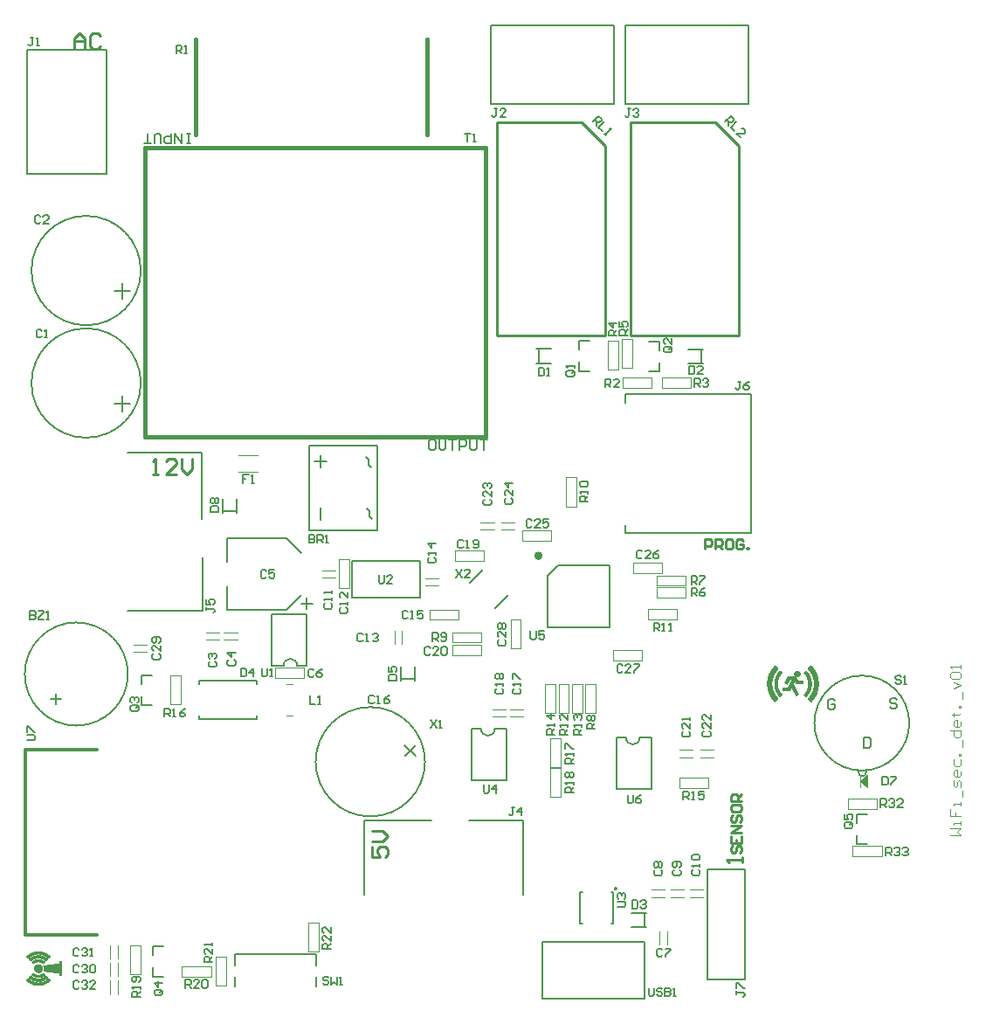
<source format=gto>
G04*
G04 #@! TF.GenerationSoftware,Altium Limited,Altium Designer,22.6.1 (34)*
G04*
G04 Layer_Color=65535*
%FSLAX25Y25*%
%MOIN*%
G70*
G04*
G04 #@! TF.SameCoordinates,8414C9FA-97DA-49A9-B933-D5EF8910B524*
G04*
G04*
G04 #@! TF.FilePolarity,Positive*
G04*
G01*
G75*
%ADD10C,0.00787*%
%ADD11C,0.01181*%
%ADD12C,0.01575*%
%ADD13C,0.00108*%
%ADD14C,0.00069*%
%ADD15C,0.00394*%
%ADD16C,0.00984*%
%ADD17C,0.00591*%
%ADD18C,0.01000*%
G36*
X320276Y83661D02*
X322638Y86024D01*
X322835D01*
Y81299D01*
X320276Y83661D01*
D02*
G37*
D10*
X319291Y87795D02*
G03*
X319987Y86115I2376J0D01*
G01*
X320079Y86024D02*
G03*
X321029Y85630I950J950D01*
G01*
X321112D02*
G03*
X322037Y86013I0J1308D01*
G01*
D02*
G03*
X322819Y87901I-1888J1888D01*
G01*
X338976Y105905D02*
G03*
X338976Y105905I-18110J0D01*
G01*
X230827Y100394D02*
G03*
X236102Y100394I2638J0D01*
G01*
X175512Y103740D02*
G03*
X180787Y103740I2638J0D01*
G01*
X154134Y91142D02*
G03*
X154134Y91142I-20866J0D01*
G01*
X105394Y127756D02*
G03*
X100118Y127756I-2638J0D01*
G01*
X40748Y124606D02*
G03*
X40748Y124606I-19685J0D01*
G01*
X45669Y235630D02*
G03*
X45669Y235630I-20866J0D01*
G01*
Y278543D02*
G03*
X45669Y278543I-20866J0D01*
G01*
X179331Y341929D02*
X226378D01*
X179331D02*
Y372047D01*
X226378Y341929D02*
Y372047D01*
X179331D02*
X226378D01*
X230709Y341929D02*
X277756D01*
X230709D02*
Y372047D01*
X277756Y341929D02*
Y372047D01*
X230709D02*
X277756D01*
X32480Y315551D02*
Y362598D01*
X2362Y315551D02*
X32480D01*
X2362Y362598D02*
X32480D01*
X2362Y315551D02*
Y362598D01*
X319004Y59736D02*
Y63083D01*
Y59736D02*
X322941D01*
X319004Y67807D02*
Y71153D01*
X322941D01*
X319987Y86115D02*
X320079Y86024D01*
X321029Y85630D02*
X321112D01*
X261811Y50000D02*
X276378D01*
X261811Y8071D02*
Y50000D01*
Y8071D02*
X276378D01*
Y50000D01*
X225197Y29528D02*
X225984D01*
Y29724D01*
X225197Y41339D02*
X225984D01*
X213386Y41437D02*
X214173D01*
X213386Y29528D02*
Y41437D01*
Y29528D02*
X214173D01*
X225984Y29724D02*
Y41339D01*
X237795Y27953D02*
Y33071D01*
X233071Y33465D02*
X238583D01*
X233071Y27953D02*
X238583D01*
X198819Y787D02*
Y22441D01*
X237795D01*
X198819Y787D02*
X237795D01*
Y22441D01*
X254724Y243019D02*
X260236D01*
X254724Y248531D02*
X260236D01*
X259449Y243019D02*
Y248137D01*
X243595Y248137D02*
Y251484D01*
X239657D02*
X243595D01*
Y240067D02*
Y243413D01*
X239657Y240067D02*
X243595D01*
X212902Y240248D02*
Y243595D01*
Y240248D02*
X216839D01*
X212902Y248319D02*
Y251665D01*
X216839D01*
X196653Y248713D02*
X202165D01*
X196653Y243201D02*
X202165D01*
X197441Y243595D02*
Y248713D01*
X230709Y178347D02*
Y181299D01*
Y178347D02*
X278740D01*
Y231299D01*
X230709D02*
X278740D01*
X230709Y228150D02*
Y231299D01*
X240551Y80709D02*
Y100394D01*
X227165Y80709D02*
X240551D01*
X227165D02*
Y100394D01*
X236102D02*
X240551D01*
X227165D02*
X230827D01*
X185236Y84055D02*
Y103740D01*
X171850Y84055D02*
X185236D01*
X171850D02*
Y103740D01*
X180787D02*
X185236D01*
X171850D02*
X175512D01*
X180770Y149848D02*
X185781Y154859D01*
X171305Y159314D02*
X176316Y164325D01*
X130905Y40354D02*
Y68701D01*
X156496D01*
X171063Y68898D02*
X191535D01*
Y40354D02*
Y68898D01*
X146427Y97470D02*
X150603Y93294D01*
X146520Y93258D02*
X150696Y97434D01*
X144882Y122047D02*
Y127559D01*
X150394Y122047D02*
Y127559D01*
X144882Y122835D02*
X150000D01*
X111811Y205709D02*
X116535D01*
X114173Y203346D02*
Y208071D01*
Y183268D02*
Y187992D01*
X109843Y179331D02*
X135827D01*
Y211614D01*
X109843D02*
X135827D01*
X109843Y179331D02*
Y211614D01*
X112598Y5315D02*
Y9252D01*
X81496Y5315D02*
Y9252D01*
Y13583D02*
Y17717D01*
X112598D01*
Y13583D02*
Y17717D01*
X50197Y9252D02*
Y12598D01*
Y9252D02*
X54134D01*
X50197Y17323D02*
Y20669D01*
X54134D01*
X105394Y127756D02*
X109055D01*
X95669D02*
X100118D01*
X109055D02*
Y147441D01*
X95669D02*
X109055D01*
X95669Y127756D02*
Y147441D01*
X67913Y120669D02*
Y122244D01*
X89961D01*
Y107283D02*
Y108858D01*
X67913Y107283D02*
X89961D01*
X67913D02*
Y108858D01*
X89961Y120669D02*
Y122244D01*
X46083Y124213D02*
X50020D01*
X46083Y120866D02*
Y124213D01*
Y112795D02*
X50020D01*
X46083D02*
Y116142D01*
X13189Y113189D02*
Y117126D01*
X11220Y115157D02*
X15157Y115157D01*
X76772Y186024D02*
Y191535D01*
X82284Y186024D02*
Y191535D01*
X76772Y186811D02*
X81890D01*
X40551Y209252D02*
X68898D01*
Y183661D02*
Y209252D01*
X69095Y148622D02*
Y169095D01*
X40551Y148622D02*
X69095D01*
X35670Y227756D02*
X41576D01*
X38583Y224894D02*
Y230800D01*
X35670Y270669D02*
X41576D01*
X38583Y267808D02*
Y273713D01*
X126181Y153740D02*
Y167913D01*
Y153740D02*
X152165D01*
Y167913D01*
X126181D02*
X152165D01*
X106890Y151575D02*
X111221D01*
X109055Y149409D02*
Y153740D01*
X101181Y176575D02*
X106890Y170866D01*
X100000Y176575D02*
X101181D01*
X78740D02*
X100000D01*
X78740Y167520D02*
Y176575D01*
X101181Y149016D02*
X106890Y154724D01*
X100000Y149016D02*
X101181D01*
X78740D02*
X100000D01*
X78740D02*
Y158071D01*
X310498Y114303D02*
X309842Y114959D01*
X308530D01*
X307874Y114303D01*
Y111680D01*
X308530Y111024D01*
X309842D01*
X310498Y111680D01*
Y112991D01*
X309186D01*
X334120Y114697D02*
X333464Y115353D01*
X332152D01*
X331496Y114697D01*
Y114041D01*
X332152Y113385D01*
X333464D01*
X334120Y112729D01*
Y112073D01*
X333464Y111417D01*
X332152D01*
X331496Y112073D01*
X321654Y100392D02*
Y96457D01*
X323621D01*
X324277Y97113D01*
Y99736D01*
X323621Y100392D01*
X321654D01*
X133465Y203346D02*
X132481Y204330D01*
Y206298D01*
X131497Y207282D01*
X133858Y183661D02*
X132874Y184645D01*
Y186613D01*
X131890Y187597D01*
X157480Y213975D02*
X156168D01*
X155512Y213319D01*
Y210695D01*
X156168Y210039D01*
X157480D01*
X158135Y210695D01*
Y213319D01*
X157480Y213975D01*
X159448D02*
Y210695D01*
X160103Y210039D01*
X161415D01*
X162071Y210695D01*
Y213975D01*
X163383D02*
X166007D01*
X164695D01*
Y210039D01*
X167319D02*
Y213975D01*
X169287D01*
X169943Y213319D01*
Y212007D01*
X169287Y211351D01*
X167319D01*
X171255Y213975D02*
Y210695D01*
X171911Y210039D01*
X173223D01*
X173879Y210695D01*
Y213975D01*
X175190D02*
X177814D01*
X176502D01*
Y210039D01*
X64567Y326970D02*
X63255D01*
X63911D01*
Y330905D01*
X64567D01*
X63255D01*
X61288D02*
Y326970D01*
X58664Y330905D01*
Y326970D01*
X57352Y330905D02*
Y326970D01*
X55384D01*
X54728Y327626D01*
Y328938D01*
X55384Y329593D01*
X57352D01*
X53416Y326970D02*
Y330249D01*
X52760Y330905D01*
X51448D01*
X50792Y330249D01*
Y326970D01*
X49480D02*
X46856D01*
X48169D01*
Y330905D01*
D11*
X226969Y42717D02*
G03*
X226969Y42717I-197J0D01*
G01*
X1485Y25047D02*
Y95913D01*
X29044D01*
X1485Y25047D02*
X29044D01*
D12*
X198228Y169685D02*
G03*
X198228Y169685I-787J0D01*
G01*
X47244Y325394D02*
X177165D01*
Y215158D02*
Y325394D01*
X47244Y215158D02*
X177165D01*
X47244D02*
Y325394D01*
X66732Y330512D02*
Y366732D01*
X154921Y330512D02*
Y366732D01*
D13*
X301167Y114244D02*
X301491D01*
X287460D02*
X287675D01*
X301059Y114352D02*
X301599D01*
X287352D02*
X287783D01*
X300951Y114460D02*
X301707D01*
X287244D02*
X287891D01*
X300844Y114568D02*
X301707D01*
X287244D02*
X287999D01*
X300736Y114676D02*
X301815D01*
X287136D02*
X288107D01*
X300628Y114784D02*
X301923D01*
X287028D02*
X288215D01*
X300520Y114892D02*
X302031D01*
X286920D02*
X288323D01*
X300412Y115000D02*
X302139D01*
X286812D02*
X288431D01*
X300304Y115108D02*
X302247D01*
X286704D02*
X288539D01*
X300304Y115216D02*
X302247D01*
X286704D02*
X288647D01*
X300304Y115323D02*
X302355D01*
X286596D02*
X288647D01*
X300304Y115431D02*
X302463D01*
X286488D02*
X288539D01*
X300412Y115539D02*
X302463D01*
X286380D02*
X288539D01*
X300520Y115647D02*
X302570D01*
X286380D02*
X288431D01*
X300628Y115755D02*
X302678D01*
X286272D02*
X288323D01*
X300736Y115863D02*
X302678D01*
X286272D02*
X288215D01*
X300844Y115971D02*
X302786D01*
X286164D02*
X288107D01*
X300951Y116079D02*
X302894D01*
X286056D02*
X287999D01*
X300951Y116187D02*
X302894D01*
X299224D02*
X299548D01*
X289402D02*
X289618D01*
X286056D02*
X287999D01*
X301059Y116295D02*
X303002D01*
X299116D02*
X299656D01*
X289295D02*
X289726D01*
X285948D02*
X287891D01*
X301167Y116403D02*
X303002D01*
X299009D02*
X299764D01*
X289187D02*
X289834D01*
X285948D02*
X287783D01*
X301167Y116511D02*
X303110D01*
X298901D02*
X299872D01*
X295555D02*
X295771D01*
X289079D02*
X289942D01*
X285841D02*
X287783D01*
X301275Y116619D02*
X303110D01*
X298793D02*
X299980D01*
X295555D02*
X295986D01*
X288971D02*
X290050D01*
X285841D02*
X287675D01*
X301383Y116727D02*
X303218D01*
X298685D02*
X300088D01*
X295447D02*
X296202D01*
X288863D02*
X290158D01*
X285733D02*
X287567D01*
X301383Y116834D02*
X303218D01*
X298685D02*
X300088D01*
X295447D02*
X296418D01*
X288863D02*
X290266D01*
X285733D02*
X287567D01*
X301491Y116943D02*
X303326D01*
X298793D02*
X300196D01*
X295339D02*
X296526D01*
X288755D02*
X290158D01*
X285625D02*
X287460D01*
X301599Y117050D02*
X303326D01*
X298901D02*
X300304D01*
X295339D02*
X296526D01*
X288647D02*
X290050D01*
X285625D02*
X287352D01*
X301599Y117158D02*
X303434D01*
X299009D02*
X300304D01*
X295231D02*
X296418D01*
X288647D02*
X289942D01*
X285517D02*
X287352D01*
X301707Y117266D02*
X303434D01*
X299116D02*
X300412D01*
X295231D02*
X296418D01*
X288539D02*
X289834D01*
X285517D02*
X287244D01*
X301707Y117374D02*
X303542D01*
X299224D02*
X300520D01*
X295123D02*
X296310D01*
X288431D02*
X289726D01*
X285409D02*
X287244D01*
X301815Y117482D02*
X303542D01*
X299224D02*
X300520D01*
X295123D02*
X296310D01*
X288431D02*
X289726D01*
X285409D02*
X287136D01*
X301815Y117590D02*
X303542D01*
X299332D02*
X300628D01*
X295015D02*
X296202D01*
X288323D02*
X289618D01*
X285409D02*
X287136D01*
X301923Y117698D02*
X303650D01*
X299440D02*
X300628D01*
X295015D02*
X296202D01*
X288323D02*
X289510D01*
X285301D02*
X287028D01*
X301923Y117806D02*
X303650D01*
X299440D02*
X300736D01*
X294907D02*
X296094D01*
X288215D02*
X289510D01*
X285301D02*
X287028D01*
X301923Y117914D02*
X303650D01*
X299548D02*
X300736D01*
X294907D02*
X296094D01*
X288215D02*
X289402D01*
X285301D02*
X287028D01*
X302031Y118022D02*
X303758D01*
X299656D02*
X300844D01*
X294799D02*
X295986D01*
X288107D02*
X289295D01*
X285193D02*
X286920D01*
X302031Y118130D02*
X303758D01*
X299656D02*
X300844D01*
X294799D02*
X295986D01*
X288107D02*
X289295D01*
X285193D02*
X286920D01*
X302139Y118238D02*
X303758D01*
X299764D02*
X300951D01*
X294691D02*
X295879D01*
X287999D02*
X289187D01*
X285193D02*
X286812D01*
X302139Y118346D02*
X303866D01*
X299764D02*
X300951D01*
X294691D02*
X295879D01*
X290698D02*
X293180D01*
X287999D02*
X289187D01*
X285085D02*
X286812D01*
X302139Y118454D02*
X303866D01*
X299872D02*
X301059D01*
X294583D02*
X295771D01*
X290698D02*
X293288D01*
X287891D02*
X289079D01*
X285085D02*
X286812D01*
X302247Y118561D02*
X303866D01*
X299872D02*
X301059D01*
X294583D02*
X295771D01*
X290698D02*
X293288D01*
X287891D02*
X289079D01*
X285085D02*
X286704D01*
X302247Y118669D02*
X303866D01*
X299980D02*
X301059D01*
X294475D02*
X295663D01*
X290698D02*
X293396D01*
X287891D02*
X288971D01*
X285085D02*
X286704D01*
X302247Y118777D02*
X303974D01*
X299980D02*
X301167D01*
X294475D02*
X295663D01*
X290698D02*
X293396D01*
X287783D02*
X288971D01*
X284977D02*
X286704D01*
X302247Y118885D02*
X303974D01*
X299980D02*
X301167D01*
X294367D02*
X295555D01*
X290698D02*
X293504D01*
X287783D02*
X288971D01*
X284977D02*
X286704D01*
X302355Y118993D02*
X303974D01*
X300088D02*
X301167D01*
X294367D02*
X295555D01*
X290698D02*
X293504D01*
X287783D02*
X288863D01*
X284977D02*
X286596D01*
X302355Y119101D02*
X303974D01*
X300088D02*
X301275D01*
X294260D02*
X295447D01*
X290698D02*
X293612D01*
X287675D02*
X288863D01*
X284977D02*
X286596D01*
X302355Y119209D02*
X303974D01*
X300088D02*
X301275D01*
X294260D02*
X295447D01*
X290698D02*
X293612D01*
X287675D02*
X288863D01*
X284977D02*
X286596D01*
X302355Y119317D02*
X304082D01*
X300196D02*
X301275D01*
X294151D02*
X295339D01*
X290698D02*
X293720D01*
X287675D02*
X288755D01*
X284869D02*
X286596D01*
X302463Y119425D02*
X304082D01*
X300196D02*
X301275D01*
X294151D02*
X295339D01*
X292532D02*
X293720D01*
X287675D02*
X288755D01*
X284869D02*
X286488D01*
X302463Y119533D02*
X304082D01*
X300196D02*
X301383D01*
X294044D02*
X295231D01*
X292640D02*
X293828D01*
X287567D02*
X288755D01*
X284869D02*
X286488D01*
X302463Y119641D02*
X304082D01*
X300304D02*
X301383D01*
X294044D02*
X295231D01*
X292640D02*
X293828D01*
X287567D02*
X288647D01*
X284869D02*
X286488D01*
X302463Y119749D02*
X304082D01*
X300304D02*
X301383D01*
X292748D02*
X295123D01*
X287567D02*
X288647D01*
X284869D02*
X286488D01*
X302463Y119857D02*
X304082D01*
X300304D02*
X301383D01*
X292748D02*
X295123D01*
X287567D02*
X288647D01*
X284869D02*
X286488D01*
X302463Y119965D02*
X304082D01*
X300304D02*
X301383D01*
X292856D02*
X295015D01*
X287567D02*
X288647D01*
X284761D02*
X286488D01*
X302463Y120073D02*
X304189D01*
X300304D02*
X301383D01*
X292856D02*
X295015D01*
X287567D02*
X288647D01*
X284761D02*
X286380D01*
X302570Y120180D02*
X304189D01*
X300304D02*
X301491D01*
X292964D02*
X294907D01*
X287460D02*
X288647D01*
X284761D02*
X286380D01*
X302570Y120288D02*
X304189D01*
X300412D02*
X301491D01*
X292964D02*
X294907D01*
X287460D02*
X288539D01*
X284761D02*
X286380D01*
X302570Y120396D02*
X304189D01*
X300412D02*
X301491D01*
X293072D02*
X294799D01*
X287460D02*
X288539D01*
X284761D02*
X286380D01*
X302570Y120504D02*
X304189D01*
X300412D02*
X301491D01*
X293072D02*
X294799D01*
X287460D02*
X288539D01*
X284761D02*
X286380D01*
X302570Y120612D02*
X304189D01*
X300412D02*
X301491D01*
X293180D02*
X294691D01*
X287460D02*
X288539D01*
X284761D02*
X286380D01*
X302570Y120720D02*
X304189D01*
X300412D02*
X301491D01*
X293180D02*
X294691D01*
X287460D02*
X288539D01*
X284761D02*
X286380D01*
X302570Y120828D02*
X304189D01*
X300412D02*
X301491D01*
X293288D02*
X294583D01*
X292101D02*
X292317D01*
X287460D02*
X288539D01*
X284761D02*
X286380D01*
X302570Y120936D02*
X304189D01*
X300412D02*
X301491D01*
X293288D02*
X294583D01*
X291885D02*
X292317D01*
X287460D02*
X288539D01*
X284761D02*
X286380D01*
X302570Y121044D02*
X304189D01*
X300412D02*
X301491D01*
X295771D02*
X298253D01*
X293396D02*
X294583D01*
X291669D02*
X292425D01*
X287460D02*
X288539D01*
X284761D02*
X286380D01*
X302570Y121152D02*
X304189D01*
X300412D02*
X301491D01*
X295663D02*
X298253D01*
X293396D02*
X294583D01*
X291453D02*
X292425D01*
X287460D02*
X288539D01*
X284761D02*
X286380D01*
X302570Y121260D02*
X304189D01*
X300412D02*
X301491D01*
X295663D02*
X298253D01*
X293504D02*
X294691D01*
X291345D02*
X292532D01*
X287460D02*
X288539D01*
X284761D02*
X286380D01*
X302570Y121368D02*
X304189D01*
X300412D02*
X301491D01*
X295555D02*
X298253D01*
X293504D02*
X294691D01*
X291345D02*
X292532D01*
X287460D02*
X288539D01*
X284761D02*
X286380D01*
X302570Y121476D02*
X304189D01*
X300412D02*
X301491D01*
X295447D02*
X298253D01*
X293612D02*
X294799D01*
X291453D02*
X292640D01*
X287460D02*
X288539D01*
X284761D02*
X286380D01*
X302570Y121584D02*
X304189D01*
X300412D02*
X301491D01*
X295447D02*
X298253D01*
X293612D02*
X294799D01*
X291453D02*
X292640D01*
X287460D02*
X288539D01*
X284761D02*
X286380D01*
X302570Y121692D02*
X304189D01*
X300412D02*
X301491D01*
X295339D02*
X298253D01*
X293720D02*
X294907D01*
X291561D02*
X292748D01*
X287460D02*
X288539D01*
X284761D02*
X286380D01*
X302570Y121800D02*
X304189D01*
X300304D02*
X301491D01*
X295231D02*
X298253D01*
X293720D02*
X294907D01*
X291561D02*
X292748D01*
X287460D02*
X288647D01*
X284761D02*
X286380D01*
X302570Y121907D02*
X304189D01*
X300304D02*
X301383D01*
X295231D02*
X298253D01*
X293828D02*
X295015D01*
X291669D02*
X292856D01*
X287567D02*
X288647D01*
X284761D02*
X286380D01*
X302463Y122015D02*
X304082D01*
X300304D02*
X301383D01*
X295123D02*
X298253D01*
X293828D02*
X295015D01*
X291669D02*
X292856D01*
X287567D02*
X288647D01*
X284761D02*
X286488D01*
X302463Y122123D02*
X304082D01*
X300304D02*
X301383D01*
X293936D02*
X296310D01*
X291777D02*
X292964D01*
X287567D02*
X288647D01*
X284869D02*
X286488D01*
X302463Y122231D02*
X304082D01*
X300304D02*
X301383D01*
X293936D02*
X296310D01*
X291777D02*
X292964D01*
X287567D02*
X288647D01*
X284869D02*
X286488D01*
X302463Y122339D02*
X304082D01*
X300304D02*
X301383D01*
X294044D02*
X296202D01*
X291885D02*
X293072D01*
X287567D02*
X288647D01*
X284869D02*
X286488D01*
X302463Y122447D02*
X304082D01*
X300196D02*
X301383D01*
X294044D02*
X296094D01*
X291885D02*
X293072D01*
X287567D02*
X288755D01*
X284869D02*
X286488D01*
X302463Y122555D02*
X304082D01*
X300196D02*
X301275D01*
X294151D02*
X296094D01*
X291993D02*
X293180D01*
X287675D02*
X288755D01*
X284869D02*
X286488D01*
X302355Y122663D02*
X304082D01*
X300196D02*
X301275D01*
X291993D02*
X295986D01*
X287675D02*
X288755D01*
X284869D02*
X286596D01*
X302355Y122771D02*
X303974D01*
X300088D02*
X301275D01*
X292101D02*
X295879D01*
X287675D02*
X288863D01*
X284977D02*
X286596D01*
X302355Y122879D02*
X303974D01*
X300088D02*
X301275D01*
X292101D02*
X295879D01*
X287675D02*
X288863D01*
X284977D02*
X286596D01*
X302355Y122987D02*
X303974D01*
X300088D02*
X301167D01*
X292209D02*
X295771D01*
X287783D02*
X288863D01*
X284977D02*
X286596D01*
X302247Y123095D02*
X303974D01*
X299980D02*
X301167D01*
X292209D02*
X295663D01*
X287783D02*
X288971D01*
X284977D02*
X286704D01*
X302247Y123203D02*
X303974D01*
X299980D02*
X301167D01*
X292317D02*
X295663D01*
X287783D02*
X288971D01*
X284977D02*
X286704D01*
X302247Y123311D02*
X303866D01*
X299980D02*
X301059D01*
X292317D02*
X295555D01*
X287891D02*
X288971D01*
X285085D02*
X286704D01*
X302247Y123418D02*
X303866D01*
X299872D02*
X301059D01*
X292425D02*
X295447D01*
X287891D02*
X289079D01*
X285085D02*
X286704D01*
X302139Y123527D02*
X303866D01*
X299872D02*
X301059D01*
X292425D02*
X295447D01*
X287891D02*
X289079D01*
X285085D02*
X286812D01*
X302139Y123634D02*
X303866D01*
X299764D02*
X300951D01*
X292532D02*
X295339D01*
X287999D02*
X289187D01*
X285085D02*
X286812D01*
X302139Y123742D02*
X303758D01*
X299764D02*
X300951D01*
X295771D02*
X296418D01*
X287999D02*
X289187D01*
X285193D02*
X286812D01*
X302031Y123850D02*
X303758D01*
X299656D02*
X300844D01*
X295555D02*
X296634D01*
X288107D02*
X289295D01*
X285193D02*
X286920D01*
X302031Y123958D02*
X303758D01*
X299656D02*
X300844D01*
X295339D02*
X296850D01*
X288107D02*
X289295D01*
X285193D02*
X286920D01*
X301923Y124066D02*
X303650D01*
X299548D02*
X300736D01*
X295231D02*
X296958D01*
X288215D02*
X289402D01*
X285301D02*
X287028D01*
X301923Y124174D02*
X303650D01*
X299440D02*
X300736D01*
X295231D02*
X296958D01*
X288215D02*
X289510D01*
X285301D02*
X287028D01*
X301923Y124282D02*
X303650D01*
X299440D02*
X300628D01*
X295123D02*
X297066D01*
X288323D02*
X289510D01*
X285301D02*
X287028D01*
X301815Y124390D02*
X303542D01*
X299332D02*
X300628D01*
X295123D02*
X297066D01*
X288323D02*
X289618D01*
X285409D02*
X287136D01*
X301815Y124498D02*
X303542D01*
X299224D02*
X300520D01*
X295015D02*
X297174D01*
X288431D02*
X289726D01*
X285409D02*
X287136D01*
X301707Y124606D02*
X303542D01*
X299224D02*
X300520D01*
X295015D02*
X297174D01*
X288431D02*
X289726D01*
X285409D02*
X287244D01*
X301707Y124714D02*
X303434D01*
X299116D02*
X300412D01*
X295015D02*
X297174D01*
X288539D02*
X289834D01*
X285517D02*
X287244D01*
X301599Y124822D02*
X303434D01*
X299009D02*
X300304D01*
X295015D02*
X297174D01*
X288647D02*
X289942D01*
X285517D02*
X287352D01*
X301599Y124930D02*
X303326D01*
X298901D02*
X300304D01*
X295015D02*
X297174D01*
X288647D02*
X290050D01*
X285625D02*
X287352D01*
X301491Y125038D02*
X303326D01*
X298793D02*
X300196D01*
X295015D02*
X297174D01*
X288755D02*
X290158D01*
X285625D02*
X287460D01*
X301383Y125145D02*
X303218D01*
X298685D02*
X300088D01*
X295123D02*
X297066D01*
X288863D02*
X290266D01*
X285733D02*
X287567D01*
X301383Y125253D02*
X303218D01*
X298685D02*
X300088D01*
X295123D02*
X297066D01*
X288863D02*
X290266D01*
X285733D02*
X287567D01*
X301275Y125361D02*
X303110D01*
X298793D02*
X299980D01*
X295231D02*
X296958D01*
X288971D02*
X290158D01*
X285841D02*
X287675D01*
X301167Y125469D02*
X303110D01*
X298901D02*
X299872D01*
X295231D02*
X296958D01*
X289079D02*
X290050D01*
X285841D02*
X287675D01*
X301167Y125577D02*
X303002D01*
X299009D02*
X299764D01*
X295339D02*
X296850D01*
X289187D02*
X289942D01*
X285948D02*
X287783D01*
X301059Y125685D02*
X303002D01*
X299116D02*
X299656D01*
X295555D02*
X296634D01*
X289295D02*
X289834D01*
X285948D02*
X287891D01*
X300951Y125793D02*
X302894D01*
X299224D02*
X299548D01*
X295771D02*
X296418D01*
X289402D02*
X289726D01*
X286056D02*
X287999D01*
X300951Y125901D02*
X302894D01*
X299332D02*
X299440D01*
X286056D02*
X287999D01*
X300844Y126009D02*
X302786D01*
X286164D02*
X288107D01*
X300736Y126117D02*
X302678D01*
X286272D02*
X288215D01*
X300628Y126225D02*
X302678D01*
X286272D02*
X288323D01*
X300520Y126333D02*
X302570D01*
X286380D02*
X288431D01*
X300412Y126441D02*
X302463D01*
X286380D02*
X288539D01*
X300412Y126549D02*
X302463D01*
X286488D02*
X288539D01*
X300304Y126657D02*
X302355D01*
X286596D02*
X288647D01*
X300196Y126765D02*
X302247D01*
X286704D02*
X288647D01*
X300304Y126872D02*
X302247D01*
X286704D02*
X288647D01*
X300412Y126980D02*
X302139D01*
X286812D02*
X288539D01*
X300520Y127088D02*
X302031D01*
X286920D02*
X288431D01*
X300628Y127196D02*
X301923D01*
X287028D02*
X288323D01*
X300736Y127304D02*
X301815D01*
X287136D02*
X288215D01*
X300844Y127412D02*
X301707D01*
X287136D02*
X288107D01*
X300951Y127520D02*
X301707D01*
X287244D02*
X287999D01*
X301059Y127628D02*
X301599D01*
X287352D02*
X287891D01*
X301167Y127736D02*
X301491D01*
X287460D02*
X287783D01*
D14*
X15128Y9639D02*
Y15164D01*
X15059Y9639D02*
Y15164D01*
X14990Y9639D02*
Y15164D01*
X14921Y9708D02*
Y15095D01*
X14852Y9708D02*
Y15095D01*
X14783Y9708D02*
Y15095D01*
X14714Y9777D02*
Y15026D01*
X14645Y9846D02*
Y14957D01*
X14576Y9984D02*
Y14819D01*
X14507Y10606D02*
Y14197D01*
X14438Y10606D02*
Y14197D01*
X14369Y10606D02*
Y14197D01*
X14300Y10606D02*
Y14128D01*
X14231Y10675D02*
Y14128D01*
X14162Y10675D02*
Y14128D01*
X14093Y10675D02*
Y14128D01*
X14024Y10675D02*
Y14128D01*
X13954Y10675D02*
Y14128D01*
X13885Y10675D02*
Y14128D01*
X13816Y10675D02*
Y14128D01*
X13747Y10744D02*
Y14059D01*
X13678Y10744D02*
Y14059D01*
X13609Y10744D02*
Y14059D01*
X13540Y10744D02*
Y14059D01*
X13471Y10744D02*
Y14059D01*
X13402Y10744D02*
Y14059D01*
X13333Y10744D02*
Y14059D01*
X13264Y10744D02*
Y14059D01*
X13195Y10813D02*
Y13990D01*
X13126Y10813D02*
Y13990D01*
X13057Y10813D02*
Y13990D01*
X12988Y10813D02*
Y13990D01*
X12919Y10813D02*
Y13990D01*
X12849Y10813D02*
Y13990D01*
X12780Y10813D02*
Y13990D01*
X12711Y10813D02*
Y13990D01*
X12642Y10882D02*
Y13921D01*
X12573Y10882D02*
Y13921D01*
X12504Y10882D02*
Y13921D01*
X12435Y10882D02*
Y13921D01*
X12366Y10882D02*
Y13921D01*
X12297Y10882D02*
Y13921D01*
X12228Y10882D02*
Y13921D01*
X12159Y10882D02*
Y13921D01*
X12090Y10951D02*
Y13852D01*
X12021Y10951D02*
Y13852D01*
X11952Y10951D02*
Y13852D01*
X11883Y10951D02*
Y13852D01*
X11814Y10951D02*
Y13852D01*
X11745Y10951D02*
Y13852D01*
X11676Y10951D02*
Y13852D01*
X11607Y10951D02*
Y13852D01*
X11537Y11020D02*
Y13783D01*
X11468Y11020D02*
Y13783D01*
X11399Y11020D02*
Y13783D01*
X11330Y11020D02*
Y13783D01*
X11261Y11020D02*
Y13783D01*
X11192Y11020D02*
Y13783D01*
X11123Y11020D02*
Y13783D01*
X11054Y11020D02*
Y13783D01*
X10985Y11089D02*
Y13714D01*
X10916Y16890D02*
Y16960D01*
Y11089D02*
Y13714D01*
Y7844D02*
Y7913D01*
X10847Y16821D02*
Y17029D01*
Y11089D02*
Y13714D01*
Y7775D02*
Y7982D01*
X10778Y16752D02*
Y17098D01*
Y11089D02*
Y13714D01*
Y7705D02*
Y8051D01*
X10709Y16683D02*
Y17167D01*
Y11089D02*
Y13714D01*
Y7637D02*
Y8120D01*
X10640Y16614D02*
Y17236D01*
Y11089D02*
Y13714D01*
Y7567D02*
Y8189D01*
X10571Y16545D02*
Y17305D01*
Y11089D02*
Y13714D01*
Y7498D02*
Y8258D01*
X10502Y16476D02*
Y17374D01*
Y11158D02*
Y13645D01*
Y7429D02*
Y8327D01*
X10432Y16407D02*
Y17374D01*
Y11158D02*
Y13645D01*
Y7429D02*
Y8396D01*
X10363Y16338D02*
Y17443D01*
Y11158D02*
Y13645D01*
Y7360D02*
Y8465D01*
X10294Y16338D02*
Y17512D01*
Y11158D02*
Y13645D01*
Y7291D02*
Y8465D01*
X10225Y16407D02*
Y17581D01*
Y11158D02*
Y13645D01*
Y7222D02*
Y8396D01*
X10156Y16476D02*
Y17581D01*
Y11158D02*
Y13645D01*
Y7222D02*
Y8327D01*
X10087Y16545D02*
Y17650D01*
Y11158D02*
Y13645D01*
Y7153D02*
Y8258D01*
X10018Y16614D02*
Y17719D01*
Y11158D02*
Y13645D01*
Y7084D02*
Y8189D01*
X9949Y16683D02*
Y17788D01*
Y11228D02*
Y13576D01*
Y7015D02*
Y8120D01*
X9880Y16683D02*
Y17788D01*
Y15855D02*
Y15924D01*
Y11228D02*
Y13576D01*
Y8879D02*
Y8949D01*
Y7015D02*
Y8120D01*
X9811Y16752D02*
Y17857D01*
Y15786D02*
Y15993D01*
Y11228D02*
Y13576D01*
Y8811D02*
Y9018D01*
Y6946D02*
Y8051D01*
X9742Y16821D02*
Y17857D01*
Y15716D02*
Y16062D01*
Y11228D02*
Y13576D01*
Y8741D02*
Y9087D01*
Y6946D02*
Y7982D01*
X9673Y16890D02*
Y17926D01*
Y15647D02*
Y16131D01*
Y11228D02*
Y13576D01*
Y8672D02*
Y9156D01*
Y6877D02*
Y7913D01*
X9604Y16890D02*
Y17995D01*
Y15578D02*
Y16200D01*
Y11228D02*
Y13576D01*
Y8603D02*
Y9225D01*
Y6808D02*
Y7913D01*
X9535Y16960D02*
Y17995D01*
Y15509D02*
Y16269D01*
Y11228D02*
Y13576D01*
Y8534D02*
Y9294D01*
Y6808D02*
Y7844D01*
X9466Y17029D02*
Y18064D01*
Y15440D02*
Y16269D01*
Y11228D02*
Y13576D01*
Y8534D02*
Y9363D01*
Y6739D02*
Y7775D01*
X9397Y17029D02*
Y18064D01*
Y15371D02*
Y16338D01*
Y11297D02*
Y13507D01*
Y8465D02*
Y9432D01*
Y6739D02*
Y7775D01*
X9328Y17098D02*
Y18134D01*
Y15302D02*
Y16407D01*
Y11297D02*
Y13507D01*
Y8396D02*
Y9501D01*
Y6670D02*
Y7705D01*
X9258Y17167D02*
Y18134D01*
Y15302D02*
Y16476D01*
Y11297D02*
Y13507D01*
Y8327D02*
Y9501D01*
Y6670D02*
Y7637D01*
X9189Y17167D02*
Y18203D01*
Y15371D02*
Y16476D01*
Y11297D02*
Y13507D01*
Y8327D02*
Y9432D01*
Y6601D02*
Y7637D01*
X9120Y17236D02*
Y18203D01*
Y15440D02*
Y16545D01*
Y11297D02*
Y13507D01*
Y8258D02*
Y9363D01*
Y6601D02*
Y7567D01*
X9051Y17236D02*
Y18272D01*
Y15509D02*
Y16545D01*
Y11297D02*
Y13507D01*
Y8189D02*
Y9294D01*
Y6532D02*
Y7567D01*
X8982Y17305D02*
Y18272D01*
Y15578D02*
Y16614D01*
Y11297D02*
Y13507D01*
Y8189D02*
Y9225D01*
Y6532D02*
Y7498D01*
X8913Y17305D02*
Y18272D01*
Y15578D02*
Y16683D01*
Y11297D02*
Y13507D01*
Y8120D02*
Y9225D01*
Y6532D02*
Y7498D01*
X8844Y17374D02*
Y18341D01*
Y15647D02*
Y16683D01*
Y14819D02*
Y14888D01*
Y11366D02*
Y13438D01*
Y9915D02*
Y9984D01*
Y8120D02*
Y9156D01*
Y6463D02*
Y7429D01*
X8775Y17374D02*
Y18341D01*
Y15716D02*
Y16752D01*
Y14750D02*
Y14957D01*
Y11366D02*
Y13438D01*
Y9846D02*
Y10053D01*
Y8051D02*
Y9087D01*
Y6463D02*
Y7429D01*
X8706Y17443D02*
Y18410D01*
Y15716D02*
Y16752D01*
Y14681D02*
Y15026D01*
Y11366D02*
Y13438D01*
Y9777D02*
Y10123D01*
Y8051D02*
Y9018D01*
Y6393D02*
Y7360D01*
X8637Y17443D02*
Y18410D01*
Y15786D02*
Y16821D01*
Y14612D02*
Y15095D01*
Y11366D02*
Y13438D01*
Y9708D02*
Y10192D01*
Y7982D02*
Y9018D01*
Y6393D02*
Y7360D01*
X8568Y17512D02*
Y18410D01*
Y15855D02*
Y16821D01*
Y14542D02*
Y15095D01*
Y12609D02*
Y13438D01*
Y11366D02*
Y12194D01*
Y9708D02*
Y10261D01*
Y7982D02*
Y8949D01*
Y6393D02*
Y7291D01*
X8499Y17512D02*
Y18479D01*
Y15855D02*
Y16890D01*
Y14473D02*
Y15164D01*
Y12954D02*
Y13438D01*
Y11366D02*
Y11780D01*
Y9639D02*
Y10330D01*
Y7913D02*
Y8949D01*
Y6324D02*
Y7291D01*
X8430Y17512D02*
Y18479D01*
Y15924D02*
Y16890D01*
Y14404D02*
Y15233D01*
Y13161D02*
Y13438D01*
Y11366D02*
Y11642D01*
Y9570D02*
Y10399D01*
Y7913D02*
Y8879D01*
Y6324D02*
Y7291D01*
X8361Y17581D02*
Y18479D01*
Y15924D02*
Y16960D01*
Y14335D02*
Y15302D01*
Y13299D02*
Y13438D01*
Y9501D02*
Y10468D01*
Y7844D02*
Y8811D01*
Y6324D02*
Y7222D01*
X8292Y17581D02*
Y18548D01*
Y15993D02*
Y16960D01*
Y14266D02*
Y15302D01*
Y9501D02*
Y10537D01*
Y7844D02*
Y8811D01*
Y6255D02*
Y7222D01*
X8223Y17581D02*
Y18548D01*
Y15993D02*
Y16960D01*
Y14266D02*
Y15371D01*
Y9432D02*
Y10537D01*
Y7844D02*
Y8741D01*
Y6255D02*
Y7222D01*
X8153Y17650D02*
Y18548D01*
Y16062D02*
Y17029D01*
Y14335D02*
Y15371D01*
Y9432D02*
Y10468D01*
Y7775D02*
Y8741D01*
Y6255D02*
Y7153D01*
X8084Y17650D02*
Y18548D01*
Y16062D02*
Y17029D01*
Y14404D02*
Y15440D01*
Y9363D02*
Y10399D01*
Y7775D02*
Y8741D01*
Y6186D02*
Y7153D01*
X8015Y17650D02*
Y18617D01*
Y16131D02*
Y17098D01*
Y14404D02*
Y15440D01*
Y9363D02*
Y10399D01*
Y7705D02*
Y8672D01*
Y6186D02*
Y7084D01*
X7946Y17719D02*
Y18617D01*
Y16131D02*
Y17098D01*
Y14473D02*
Y15509D01*
Y12056D02*
Y12747D01*
Y9294D02*
Y10330D01*
Y7705D02*
Y8672D01*
Y6186D02*
Y7084D01*
X7877Y17719D02*
Y18617D01*
Y16200D02*
Y17098D01*
Y14542D02*
Y15509D01*
Y11849D02*
Y12954D01*
Y9294D02*
Y10261D01*
Y7705D02*
Y8603D01*
Y6186D02*
Y7084D01*
X7808Y17719D02*
Y18617D01*
Y16200D02*
Y17098D01*
Y14542D02*
Y15578D01*
Y11711D02*
Y13092D01*
Y9225D02*
Y10261D01*
Y7705D02*
Y8603D01*
Y6186D02*
Y7084D01*
X7739Y17719D02*
Y18686D01*
Y16200D02*
Y17167D01*
Y14612D02*
Y15578D01*
Y11573D02*
Y13230D01*
Y9225D02*
Y10192D01*
Y7637D02*
Y8603D01*
Y6117D02*
Y7015D01*
X7670Y17788D02*
Y18686D01*
Y16269D02*
Y17167D01*
Y14681D02*
Y15647D01*
Y11504D02*
Y13299D01*
Y9156D02*
Y10123D01*
Y7637D02*
Y8534D01*
Y6117D02*
Y7015D01*
X7601Y17788D02*
Y18686D01*
Y16269D02*
Y17167D01*
Y14681D02*
Y15647D01*
Y11366D02*
Y13438D01*
Y9156D02*
Y10123D01*
Y7637D02*
Y8534D01*
Y6117D02*
Y7015D01*
X7532Y17788D02*
Y18686D01*
Y16269D02*
Y17167D01*
Y14750D02*
Y15647D01*
Y11297D02*
Y13507D01*
Y9156D02*
Y10053D01*
Y7637D02*
Y8534D01*
Y6117D02*
Y7015D01*
X7463Y17788D02*
Y18686D01*
Y16338D02*
Y17236D01*
Y14750D02*
Y15716D01*
Y11228D02*
Y13576D01*
Y9087D02*
Y10053D01*
Y7567D02*
Y8465D01*
Y6117D02*
Y7015D01*
X7394Y17857D02*
Y18755D01*
Y16338D02*
Y17236D01*
Y14750D02*
Y15716D01*
Y11228D02*
Y13576D01*
Y9087D02*
Y9984D01*
Y7567D02*
Y8465D01*
Y6048D02*
Y6946D01*
X7325Y17857D02*
Y18755D01*
Y16338D02*
Y17236D01*
Y14819D02*
Y15716D01*
Y11158D02*
Y13645D01*
Y9087D02*
Y9984D01*
Y7567D02*
Y8465D01*
Y6048D02*
Y6946D01*
X7256Y17857D02*
Y18755D01*
Y16338D02*
Y17236D01*
Y14819D02*
Y15716D01*
Y11089D02*
Y13714D01*
Y9018D02*
Y9984D01*
Y7567D02*
Y8465D01*
Y6048D02*
Y6946D01*
X7187Y17857D02*
Y18755D01*
Y16338D02*
Y17236D01*
Y14888D02*
Y15786D01*
Y11089D02*
Y13714D01*
Y9018D02*
Y9915D01*
Y7567D02*
Y8465D01*
Y6048D02*
Y6946D01*
X7118Y17857D02*
Y18755D01*
Y16407D02*
Y17305D01*
Y14888D02*
Y15786D01*
Y11020D02*
Y13783D01*
Y9018D02*
Y9915D01*
Y7498D02*
Y8396D01*
Y6048D02*
Y6946D01*
X7049Y17857D02*
Y18755D01*
Y16407D02*
Y17305D01*
Y14888D02*
Y15786D01*
Y11020D02*
Y13783D01*
Y9018D02*
Y9915D01*
Y7498D02*
Y8396D01*
Y6048D02*
Y6946D01*
X6979Y17857D02*
Y18755D01*
Y16407D02*
Y17305D01*
Y14888D02*
Y15786D01*
Y10951D02*
Y13852D01*
Y9018D02*
Y9915D01*
Y7498D02*
Y8396D01*
Y6048D02*
Y6946D01*
X6910Y17857D02*
Y18755D01*
Y16407D02*
Y17305D01*
Y14888D02*
Y15786D01*
Y10951D02*
Y13852D01*
Y9018D02*
Y9915D01*
Y7498D02*
Y8396D01*
Y6048D02*
Y6946D01*
X6841Y17857D02*
Y18755D01*
Y16407D02*
Y17305D01*
Y14957D02*
Y15855D01*
Y10951D02*
Y13852D01*
Y8949D02*
Y9846D01*
Y7498D02*
Y8396D01*
Y6048D02*
Y6877D01*
X6772Y17926D02*
Y18755D01*
Y16407D02*
Y17305D01*
Y14957D02*
Y15855D01*
Y10882D02*
Y13921D01*
Y8949D02*
Y9846D01*
Y7498D02*
Y8396D01*
Y6048D02*
Y6877D01*
X6703Y17926D02*
Y18755D01*
Y16407D02*
Y17305D01*
Y14957D02*
Y15855D01*
Y10882D02*
Y13921D01*
Y8949D02*
Y9846D01*
Y7498D02*
Y8396D01*
Y6048D02*
Y6877D01*
X6634Y17926D02*
Y18824D01*
Y16407D02*
Y17305D01*
Y14957D02*
Y15855D01*
Y10882D02*
Y13921D01*
Y8949D02*
Y9846D01*
Y7498D02*
Y8396D01*
Y5979D02*
Y6877D01*
X6565Y17926D02*
Y18824D01*
Y16407D02*
Y17305D01*
Y14957D02*
Y15855D01*
Y10882D02*
Y13921D01*
Y8949D02*
Y9846D01*
Y7498D02*
Y8396D01*
Y5979D02*
Y6877D01*
X6496Y17926D02*
Y18824D01*
Y16407D02*
Y17305D01*
Y14957D02*
Y15855D01*
Y10882D02*
Y13921D01*
Y8949D02*
Y9846D01*
Y7498D02*
Y8396D01*
Y5979D02*
Y6877D01*
X6427Y17926D02*
Y18824D01*
Y16407D02*
Y17305D01*
Y14957D02*
Y15855D01*
Y10882D02*
Y13921D01*
Y8949D02*
Y9846D01*
Y7498D02*
Y8396D01*
Y5979D02*
Y6877D01*
X6358Y17926D02*
Y18824D01*
Y16407D02*
Y17305D01*
Y14957D02*
Y15855D01*
Y10882D02*
Y13921D01*
Y8949D02*
Y9846D01*
Y7498D02*
Y8396D01*
Y5979D02*
Y6877D01*
X6289Y17926D02*
Y18824D01*
Y16407D02*
Y17305D01*
Y14957D02*
Y15855D01*
Y10882D02*
Y13921D01*
Y8949D02*
Y9846D01*
Y7498D02*
Y8396D01*
Y5979D02*
Y6877D01*
X6220Y17926D02*
Y18755D01*
Y16407D02*
Y17305D01*
Y14957D02*
Y15855D01*
Y10882D02*
Y13921D01*
Y8949D02*
Y9846D01*
Y7498D02*
Y8396D01*
Y6048D02*
Y6877D01*
X6151Y17926D02*
Y18755D01*
Y16407D02*
Y17305D01*
Y14957D02*
Y15855D01*
Y10882D02*
Y13921D01*
Y8949D02*
Y9846D01*
Y7498D02*
Y8396D01*
Y6048D02*
Y6877D01*
X6082Y17857D02*
Y18755D01*
Y16407D02*
Y17305D01*
Y14957D02*
Y15855D01*
Y10951D02*
Y13852D01*
Y8949D02*
Y9846D01*
Y7498D02*
Y8396D01*
Y6048D02*
Y6877D01*
X6013Y17857D02*
Y18755D01*
Y16407D02*
Y17305D01*
Y14888D02*
Y15786D01*
Y10951D02*
Y13852D01*
Y9018D02*
Y9915D01*
Y7498D02*
Y8396D01*
Y6048D02*
Y6946D01*
X5944Y17857D02*
Y18755D01*
Y16407D02*
Y17305D01*
Y14888D02*
Y15786D01*
Y10951D02*
Y13852D01*
Y9018D02*
Y9915D01*
Y7498D02*
Y8396D01*
Y6048D02*
Y6946D01*
X5875Y17857D02*
Y18755D01*
Y16407D02*
Y17305D01*
Y14888D02*
Y15786D01*
Y11020D02*
Y13783D01*
Y9018D02*
Y9915D01*
Y7498D02*
Y8396D01*
Y6048D02*
Y6946D01*
X5805Y17857D02*
Y18755D01*
Y16407D02*
Y17305D01*
Y14888D02*
Y15786D01*
Y11020D02*
Y13783D01*
Y9018D02*
Y9915D01*
Y7498D02*
Y8396D01*
Y6048D02*
Y6946D01*
X5736Y17857D02*
Y18755D01*
Y16338D02*
Y17236D01*
Y14888D02*
Y15786D01*
Y11020D02*
Y13714D01*
Y9018D02*
Y9915D01*
Y7567D02*
Y8465D01*
Y6048D02*
Y6946D01*
X5667Y17857D02*
Y18755D01*
Y16338D02*
Y17236D01*
Y14819D02*
Y15786D01*
Y11089D02*
Y13714D01*
Y9018D02*
Y9984D01*
Y7567D02*
Y8465D01*
Y6048D02*
Y6946D01*
X5598Y17857D02*
Y18755D01*
Y16338D02*
Y17236D01*
Y14819D02*
Y15716D01*
Y11158D02*
Y13645D01*
Y9087D02*
Y9984D01*
Y7567D02*
Y8465D01*
Y6048D02*
Y6946D01*
X5529Y17857D02*
Y18755D01*
Y16338D02*
Y17236D01*
Y14819D02*
Y15716D01*
Y11158D02*
Y13645D01*
Y9087D02*
Y9984D01*
Y7567D02*
Y8465D01*
Y6048D02*
Y6946D01*
X5460Y17788D02*
Y18686D01*
Y16338D02*
Y17236D01*
Y14750D02*
Y15716D01*
Y11228D02*
Y13576D01*
Y9087D02*
Y10053D01*
Y7567D02*
Y8465D01*
Y6117D02*
Y7015D01*
X5391Y17788D02*
Y18686D01*
Y16269D02*
Y17167D01*
Y14750D02*
Y15647D01*
Y11297D02*
Y13507D01*
Y9156D02*
Y10053D01*
Y7637D02*
Y8534D01*
Y6117D02*
Y7015D01*
X5322Y17788D02*
Y18686D01*
Y16269D02*
Y17167D01*
Y14681D02*
Y15647D01*
Y11366D02*
Y13438D01*
Y9156D02*
Y10123D01*
Y7637D02*
Y8534D01*
Y6117D02*
Y7015D01*
X5253Y17788D02*
Y18686D01*
Y16269D02*
Y17167D01*
Y14681D02*
Y15647D01*
Y11435D02*
Y13368D01*
Y9156D02*
Y10123D01*
Y7637D02*
Y8534D01*
Y6117D02*
Y7015D01*
X5184Y17719D02*
Y18686D01*
Y16200D02*
Y17167D01*
Y14612D02*
Y15578D01*
Y11573D02*
Y13230D01*
Y9225D02*
Y10192D01*
Y7637D02*
Y8603D01*
Y6117D02*
Y7015D01*
X5115Y17719D02*
Y18617D01*
Y16200D02*
Y17098D01*
Y14612D02*
Y15578D01*
Y11642D02*
Y13161D01*
Y9225D02*
Y10192D01*
Y7705D02*
Y8603D01*
Y6186D02*
Y7084D01*
X5046Y17719D02*
Y18617D01*
Y16200D02*
Y17098D01*
Y14542D02*
Y15509D01*
Y11849D02*
Y12954D01*
Y9294D02*
Y10261D01*
Y7705D02*
Y8603D01*
Y6186D02*
Y7084D01*
X4977Y17719D02*
Y18617D01*
Y16131D02*
Y17098D01*
Y14473D02*
Y15509D01*
Y12056D02*
Y12747D01*
Y9294D02*
Y10330D01*
Y7705D02*
Y8672D01*
Y6186D02*
Y7084D01*
X4908Y17719D02*
Y18617D01*
Y16131D02*
Y17098D01*
Y14404D02*
Y15440D01*
Y9294D02*
Y10399D01*
Y7705D02*
Y8672D01*
Y6186D02*
Y7084D01*
X4839Y17650D02*
Y18617D01*
Y16062D02*
Y17029D01*
Y14404D02*
Y15440D01*
Y9363D02*
Y10399D01*
Y7775D02*
Y8741D01*
Y6186D02*
Y7153D01*
X4770Y17650D02*
Y18548D01*
Y16062D02*
Y17029D01*
Y14335D02*
Y15371D01*
Y9432D02*
Y10468D01*
Y7775D02*
Y8741D01*
Y6255D02*
Y7153D01*
X4701Y17581D02*
Y18548D01*
Y16062D02*
Y16960D01*
Y14266D02*
Y15371D01*
Y9432D02*
Y10537D01*
Y7844D02*
Y8741D01*
Y6255D02*
Y7153D01*
X4631Y17581D02*
Y18548D01*
Y15993D02*
Y16960D01*
Y14266D02*
Y15302D01*
Y9501D02*
Y10537D01*
Y7844D02*
Y8811D01*
Y6255D02*
Y7222D01*
X4562Y17581D02*
Y18479D01*
Y15993D02*
Y16960D01*
Y14266D02*
Y15302D01*
Y9501D02*
Y10537D01*
Y7844D02*
Y8811D01*
Y6324D02*
Y7222D01*
X4493Y17512D02*
Y18479D01*
Y15924D02*
Y16890D01*
Y14335D02*
Y15233D01*
Y9570D02*
Y10468D01*
Y7913D02*
Y8879D01*
Y6324D02*
Y7291D01*
X4424Y17512D02*
Y18479D01*
Y15855D02*
Y16890D01*
Y14404D02*
Y15164D01*
Y9639D02*
Y10399D01*
Y7913D02*
Y8949D01*
Y6324D02*
Y7291D01*
X4355Y17512D02*
Y18410D01*
Y15855D02*
Y16821D01*
Y14473D02*
Y15095D01*
Y9708D02*
Y10330D01*
Y7982D02*
Y8949D01*
Y6393D02*
Y7291D01*
X4286Y17443D02*
Y18410D01*
Y15786D02*
Y16821D01*
Y14542D02*
Y15095D01*
Y9708D02*
Y10261D01*
Y7982D02*
Y9018D01*
Y6393D02*
Y7360D01*
X4217Y17443D02*
Y18410D01*
Y15786D02*
Y16752D01*
Y14612D02*
Y15026D01*
Y9777D02*
Y10192D01*
Y8051D02*
Y9018D01*
Y6393D02*
Y7360D01*
X4148Y17374D02*
Y18341D01*
Y15716D02*
Y16752D01*
Y14681D02*
Y14957D01*
Y9846D02*
Y10123D01*
Y8051D02*
Y9087D01*
Y6463D02*
Y7429D01*
X4079Y17374D02*
Y18341D01*
Y15647D02*
Y16683D01*
Y14750D02*
Y14888D01*
Y9915D02*
Y10053D01*
Y8120D02*
Y9156D01*
Y6463D02*
Y7429D01*
X4010Y17305D02*
Y18272D01*
Y15578D02*
Y16683D01*
Y8120D02*
Y9225D01*
Y6463D02*
Y7498D01*
X3941Y17305D02*
Y18272D01*
Y15578D02*
Y16614D01*
Y8189D02*
Y9225D01*
Y6532D02*
Y7498D01*
X3872Y17236D02*
Y18272D01*
Y15509D02*
Y16614D01*
Y8189D02*
Y9294D01*
Y6532D02*
Y7567D01*
X3803Y17236D02*
Y18203D01*
Y15440D02*
Y16545D01*
Y8258D02*
Y9363D01*
Y6601D02*
Y7567D01*
X3734Y17167D02*
Y18203D01*
Y15371D02*
Y16476D01*
Y8327D02*
Y9432D01*
Y6601D02*
Y7637D01*
X3665Y17167D02*
Y18134D01*
Y15302D02*
Y16476D01*
Y8327D02*
Y9501D01*
Y6670D02*
Y7637D01*
X3596Y17098D02*
Y18134D01*
Y15302D02*
Y16407D01*
Y8396D02*
Y9501D01*
Y6670D02*
Y7705D01*
X3526Y17029D02*
Y18064D01*
Y15302D02*
Y16338D01*
Y8465D02*
Y9501D01*
Y6739D02*
Y7775D01*
X3457Y17029D02*
Y18064D01*
Y15371D02*
Y16269D01*
Y8534D02*
Y9432D01*
Y6739D02*
Y7775D01*
X3388Y16960D02*
Y17995D01*
Y15440D02*
Y16269D01*
Y8534D02*
Y9363D01*
Y6808D02*
Y7844D01*
X3319Y16890D02*
Y17995D01*
Y15509D02*
Y16200D01*
Y8603D02*
Y9294D01*
Y6808D02*
Y7913D01*
X3250Y16890D02*
Y17926D01*
Y15578D02*
Y16131D01*
Y8672D02*
Y9225D01*
Y6877D02*
Y7913D01*
X3181Y16821D02*
Y17857D01*
Y15647D02*
Y16062D01*
Y8741D02*
Y9156D01*
Y6946D02*
Y7982D01*
X3112Y16752D02*
Y17857D01*
Y15716D02*
Y15993D01*
Y8811D02*
Y9087D01*
Y6946D02*
Y8051D01*
X3043Y16683D02*
Y17788D01*
Y15786D02*
Y15924D01*
Y8879D02*
Y9018D01*
Y7015D02*
Y8051D01*
X2974Y16683D02*
Y17788D01*
Y7015D02*
Y8120D01*
X2905Y16614D02*
Y17719D01*
Y7084D02*
Y8189D01*
X2836Y16545D02*
Y17650D01*
Y7153D02*
Y8258D01*
X2767Y16476D02*
Y17650D01*
Y7153D02*
Y8327D01*
X2698Y16407D02*
Y17581D01*
Y7222D02*
Y8396D01*
X2629Y16338D02*
Y17512D01*
Y7291D02*
Y8465D01*
X2560Y16338D02*
Y17443D01*
Y7360D02*
Y8465D01*
X2491Y16338D02*
Y17443D01*
Y7360D02*
Y8465D01*
X2421Y16407D02*
Y17374D01*
Y7429D02*
Y8396D01*
X2352Y16476D02*
Y17305D01*
Y7498D02*
Y8327D01*
X2283Y16545D02*
Y17236D01*
Y7567D02*
Y8258D01*
X2214Y16614D02*
Y17167D01*
Y7637D02*
Y8189D01*
X2145Y16683D02*
Y17098D01*
Y7705D02*
Y8120D01*
X2076Y16752D02*
Y17029D01*
Y7775D02*
Y8051D01*
X2007Y16821D02*
Y16960D01*
Y7844D02*
Y7982D01*
D15*
X325532Y55029D02*
X328436D01*
Y56038D02*
Y57957D01*
X317412Y55029D02*
X320316D01*
X317412Y56038D02*
Y57957D01*
X325532Y58966D02*
X328436D01*
X317412D02*
X320316D01*
Y55029D02*
X325532D01*
X320316Y58966D02*
X325532D01*
X328436Y55029D02*
Y56038D01*
Y57957D02*
Y58966D01*
X317412Y55029D02*
Y56038D01*
Y57957D02*
Y58966D01*
X315551Y76157D02*
Y77165D01*
Y73228D02*
Y74237D01*
X326575Y76157D02*
Y77165D01*
Y73228D02*
Y74237D01*
X318455Y77165D02*
X323671D01*
X318455Y73228D02*
X323671D01*
X315551Y77165D02*
X318455D01*
X323671D02*
X326575D01*
X315551Y74237D02*
Y76157D01*
Y73228D02*
X318455D01*
X326575Y74237D02*
Y76157D01*
X323671Y73228D02*
X326575D01*
X320276Y83661D02*
X322835Y81299D01*
X320276Y83661D02*
X322835Y86024D01*
Y81299D02*
Y86024D01*
X320276Y81299D02*
Y86024D01*
X255118Y39567D02*
X260236D01*
X255118Y42323D02*
X260236D01*
X247835Y39567D02*
X252953D01*
X247835Y42323D02*
X252953D01*
X240551Y39567D02*
X245669D01*
X240551Y42323D02*
X245669D01*
X246457Y21457D02*
Y26575D01*
X243701Y21457D02*
Y26575D01*
X244488Y236590D02*
Y237598D01*
Y233661D02*
Y234670D01*
X255512Y236590D02*
Y237598D01*
Y233661D02*
Y234670D01*
X247392Y237598D02*
X252608D01*
X247392Y233661D02*
X252608D01*
X244488Y237598D02*
X247392D01*
X252608D02*
X255512D01*
X244488Y234670D02*
Y236590D01*
Y233661D02*
X247392D01*
X255512Y234670D02*
Y236590D01*
X252608Y233661D02*
X255512D01*
X229528Y236590D02*
Y237598D01*
Y233661D02*
Y234670D01*
X240551Y236590D02*
Y237598D01*
Y233661D02*
Y234670D01*
X232431Y237598D02*
X237648D01*
X232431Y233661D02*
X237648D01*
X229528Y237598D02*
X232431D01*
X237648D02*
X240551D01*
X229528Y234670D02*
Y236590D01*
Y233661D02*
X232431D01*
X240551Y234670D02*
Y236590D01*
X237648Y233661D02*
X240551D01*
X229331Y241535D02*
X230340D01*
X232259D02*
X233268D01*
X229331Y252559D02*
X230340D01*
X232259D02*
X233268D01*
X229331Y244439D02*
Y249656D01*
X233268Y244439D02*
Y249656D01*
X229331Y241535D02*
Y244439D01*
Y249656D02*
Y252559D01*
X230340Y241535D02*
X232259D01*
X233268D02*
Y244439D01*
X230340Y252559D02*
X232259D01*
X233268Y249656D02*
Y252559D01*
X226944Y251772D02*
X227953D01*
X224016D02*
X225025D01*
X226944Y240748D02*
X227953D01*
X224016D02*
X225025D01*
X227953Y243652D02*
Y248868D01*
X224016Y243652D02*
Y248868D01*
X227953D02*
Y251772D01*
Y240748D02*
Y243652D01*
X225025Y251772D02*
X226944D01*
X224016Y248868D02*
Y251772D01*
X225025Y240748D02*
X226944D01*
X224016D02*
Y243652D01*
X239370Y148401D02*
Y149409D01*
Y145472D02*
Y146481D01*
X250394Y148401D02*
Y149409D01*
Y145472D02*
Y146481D01*
X242274Y149409D02*
X247490D01*
X242274Y145472D02*
X247490D01*
X239370Y149409D02*
X242274D01*
X247490D02*
X250394D01*
X239370Y146481D02*
Y148401D01*
Y145472D02*
X242274D01*
X250394Y146481D02*
Y148401D01*
X247490Y145472D02*
X250394D01*
X250640Y153740D02*
X253543D01*
Y154749D02*
Y156668D01*
X242520Y153740D02*
X245423D01*
X242520Y154749D02*
Y156668D01*
X250640Y157677D02*
X253543D01*
X242520D02*
X245423D01*
Y153740D02*
X250640D01*
X245423Y157677D02*
X250640D01*
X253543Y153740D02*
Y154749D01*
Y156668D02*
Y157677D01*
X242520Y153740D02*
Y154749D01*
Y156668D02*
Y157677D01*
X250640Y158268D02*
X253543D01*
Y159277D02*
Y161196D01*
X242520Y158268D02*
X245423D01*
X242520Y159277D02*
Y161196D01*
X250640Y162205D02*
X253543D01*
X242520D02*
X245423D01*
Y158268D02*
X250640D01*
X245423Y162205D02*
X250640D01*
X253543Y158268D02*
Y159277D01*
Y161196D02*
Y162205D01*
X242520Y158268D02*
Y159277D01*
Y161196D02*
Y162205D01*
X244488Y163189D02*
Y164198D01*
Y166117D02*
Y167126D01*
X233465Y163189D02*
Y164198D01*
Y166117D02*
Y167126D01*
X236368Y163189D02*
X241585D01*
X236368Y167126D02*
X241585D01*
Y163189D02*
X244488D01*
X233465D02*
X236368D01*
X244488Y164198D02*
Y166117D01*
X241585Y167126D02*
X244488D01*
X233465Y164198D02*
Y166117D01*
Y167126D02*
X236368D01*
X259252Y95669D02*
X264370D01*
X259252Y92913D02*
X264370D01*
X251181Y95669D02*
X256299D01*
X251181Y92913D02*
X256299D01*
X251181Y84030D02*
Y85039D01*
Y81102D02*
Y82111D01*
X262205Y84030D02*
Y85039D01*
Y81102D02*
Y82111D01*
X254085Y85039D02*
X259301D01*
X254085Y81102D02*
X259301D01*
X251181Y85039D02*
X254085D01*
X259301D02*
X262205D01*
X251181Y82111D02*
Y84030D01*
Y81102D02*
X254085D01*
X262205Y82111D02*
Y84030D01*
X259301Y81102D02*
X262205D01*
X225787Y133661D02*
X228691D01*
X225787Y130733D02*
Y132653D01*
X233908Y133661D02*
X236811D01*
Y130733D02*
Y132653D01*
X225787Y129724D02*
X228691D01*
X233908D02*
X236811D01*
X228691Y133661D02*
X233908D01*
X228691Y129724D02*
X233908D01*
X225787Y132653D02*
Y133661D01*
Y129724D02*
Y130733D01*
X236811Y132653D02*
Y133661D01*
Y129724D02*
Y130733D01*
X215354Y109645D02*
Y112549D01*
X216363Y109645D02*
X218283D01*
X215354Y117765D02*
Y120669D01*
X216363D02*
X218283D01*
X219291Y109645D02*
Y112549D01*
Y117765D02*
Y120669D01*
X215354Y112549D02*
Y117765D01*
X219291Y112549D02*
Y117765D01*
X215354Y109645D02*
X216363D01*
X218283D02*
X219291D01*
X215354Y120669D02*
X216363D01*
X218283D02*
X219291D01*
X214173Y117765D02*
Y120669D01*
X211245D02*
X213164D01*
X214173Y109645D02*
Y112549D01*
X211245Y109645D02*
X213164D01*
X210236Y117765D02*
Y120669D01*
Y109645D02*
Y112549D01*
X214173D02*
Y117765D01*
X210236Y112549D02*
Y117765D01*
X213164Y120669D02*
X214173D01*
X210236D02*
X211245D01*
X213164Y109645D02*
X214173D01*
X210236D02*
X211245D01*
X209055Y117765D02*
Y120669D01*
X206127D02*
X208046D01*
X209055Y109645D02*
Y112549D01*
X206127Y109645D02*
X208046D01*
X205118Y117765D02*
Y120669D01*
Y109645D02*
Y112549D01*
X209055D02*
Y117765D01*
X205118Y112549D02*
Y117765D01*
X208046Y120669D02*
X209055D01*
X205118D02*
X206127D01*
X208046Y109645D02*
X209055D01*
X205118D02*
X206127D01*
X203937Y117765D02*
Y120669D01*
X201009D02*
X202928D01*
X203937Y109645D02*
Y112549D01*
X201009Y109645D02*
X202928D01*
X200000Y117765D02*
Y120669D01*
Y109645D02*
Y112549D01*
X203937D02*
Y117765D01*
X200000Y112549D02*
Y117765D01*
X202928Y120669D02*
X203937D01*
X200000D02*
X201009D01*
X202928Y109645D02*
X203937D01*
X200000D02*
X201009D01*
X204897Y88779D02*
X205906D01*
X201969D02*
X202977D01*
X204897Y77756D02*
X205906D01*
X201969D02*
X202977D01*
X205906Y80660D02*
Y85876D01*
X201969Y80660D02*
Y85876D01*
X205906D02*
Y88779D01*
Y77756D02*
Y80660D01*
X202977Y88779D02*
X204897D01*
X201969Y85876D02*
Y88779D01*
X202977Y77756D02*
X204897D01*
X201969D02*
Y80660D01*
X205889Y97157D02*
Y100060D01*
X202960D02*
X204880D01*
X205889Y89037D02*
Y91940D01*
X202960Y89037D02*
X204880D01*
X201952Y97157D02*
Y100060D01*
Y89037D02*
Y91940D01*
X205889D02*
Y97157D01*
X201952Y91940D02*
Y97157D01*
X204880Y100060D02*
X205889D01*
X201952D02*
X202960D01*
X204880Y89037D02*
X205889D01*
X201952D02*
X202960D01*
X186614Y108465D02*
X191732D01*
X186614Y111221D02*
X191732D01*
X179921D02*
X185039D01*
X179921Y108465D02*
X185039D01*
X186811Y134449D02*
X187820D01*
X189739D02*
X190748D01*
X186811Y145472D02*
X187820D01*
X189739D02*
X190748D01*
X186811Y137352D02*
Y142569D01*
X190748Y137352D02*
Y142569D01*
X186811Y134449D02*
Y137352D01*
Y142569D02*
Y145472D01*
X187820Y134449D02*
X189739D01*
X190748D02*
Y137352D01*
X187820Y145472D02*
X189739D01*
X190748Y142569D02*
Y145472D01*
X164567Y135630D02*
X167471D01*
X164567Y132702D02*
Y134621D01*
X172687Y135630D02*
X175591D01*
Y132702D02*
Y134621D01*
X164567Y131693D02*
X167471D01*
X172687D02*
X175591D01*
X167471Y135630D02*
X172687D01*
X167471Y131693D02*
X172687D01*
X164567Y134621D02*
Y135630D01*
Y131693D02*
Y132702D01*
X175591Y134621D02*
Y135630D01*
Y131693D02*
Y132702D01*
X164567Y139542D02*
Y140551D01*
Y136614D02*
Y137623D01*
X175591Y139542D02*
Y140551D01*
Y136614D02*
Y137623D01*
X167471Y140551D02*
X172687D01*
X167471Y136614D02*
X172687D01*
X164567Y140551D02*
X167471D01*
X172687D02*
X175591D01*
X164567Y137623D02*
Y139542D01*
Y136614D02*
X167471D01*
X175591Y137623D02*
Y139542D01*
X172687Y136614D02*
X175591D01*
X155905Y149213D02*
X158809D01*
X155905Y146284D02*
Y148204D01*
X164025Y149213D02*
X166929D01*
Y146284D02*
Y148204D01*
X155905Y145276D02*
X158809D01*
X164025D02*
X166929D01*
X158809Y149213D02*
X164025D01*
X158809Y145276D02*
X164025D01*
X155905Y148204D02*
Y149213D01*
Y145276D02*
Y146284D01*
X166929Y148204D02*
Y149213D01*
Y145276D02*
Y146284D01*
X154134Y158465D02*
X159252D01*
X154134Y161221D02*
X159252D01*
X207874Y188583D02*
Y191486D01*
X208883Y188583D02*
X210802D01*
X207874Y196703D02*
Y199606D01*
X208883D02*
X210802D01*
X211811Y188583D02*
Y191486D01*
Y196703D02*
Y199606D01*
X207874Y191486D02*
Y196703D01*
X211811Y191486D02*
Y196703D01*
X207874Y188583D02*
X208883D01*
X210802D02*
X211811D01*
X207874Y199606D02*
X208883D01*
X210802D02*
X211811D01*
X191142Y178322D02*
Y179331D01*
Y175394D02*
Y176402D01*
X202165Y178322D02*
Y179331D01*
Y175394D02*
Y176402D01*
X194045Y179331D02*
X199262D01*
X194045Y175394D02*
X199262D01*
X191142Y179331D02*
X194045D01*
X199262D02*
X202165D01*
X191142Y176402D02*
Y178322D01*
Y175394D02*
X194045D01*
X202165Y176402D02*
Y178322D01*
X199262Y175394D02*
X202165D01*
X183268Y182382D02*
X188386D01*
X183268Y179626D02*
X188386D01*
X175394Y182480D02*
X180512D01*
X175394Y179724D02*
X180512D01*
X176575Y167913D02*
Y168922D01*
Y170842D02*
Y171850D01*
X165551Y167913D02*
Y168922D01*
Y170842D02*
Y171850D01*
X168455Y167913D02*
X173671D01*
X168455Y171850D02*
X173671D01*
Y167913D02*
X176575D01*
X165551D02*
X168455D01*
X176575Y168922D02*
Y170842D01*
X173671Y171850D02*
X176575D01*
X165551Y168922D02*
Y170842D01*
Y171850D02*
X168455D01*
X142520Y136024D02*
Y141142D01*
X145276Y136024D02*
Y141142D01*
X124188Y168307D02*
X125197D01*
X121260D02*
X122269D01*
X124188Y157283D02*
X125197D01*
X121260D02*
X122269D01*
X125197Y160187D02*
Y165403D01*
X121260Y160187D02*
Y165403D01*
X125197D02*
Y168307D01*
Y157283D02*
Y160187D01*
X122269Y168307D02*
X124188D01*
X121260Y165403D02*
Y168307D01*
X122269Y157283D02*
X124188D01*
X121260D02*
Y160187D01*
X114764Y161417D02*
X119882D01*
X114764Y164173D02*
X119882D01*
X77362Y137598D02*
X82480D01*
X77362Y140354D02*
X82480D01*
X70473D02*
X75591D01*
X70473Y137598D02*
X75591D01*
X83071Y201772D02*
X90158D01*
X83071Y208071D02*
X90158D01*
X109646Y18898D02*
Y21801D01*
X110654Y18898D02*
X112574D01*
X109646Y27018D02*
Y29921D01*
X110654D02*
X112574D01*
X113583Y18898D02*
Y21801D01*
Y27018D02*
Y29921D01*
X109646Y21801D02*
Y27018D01*
X113583Y21801D02*
Y27018D01*
X109646Y18898D02*
X110654D01*
X112574D02*
X113583D01*
X109646Y29921D02*
X110654D01*
X112574D02*
X113583D01*
X74410Y5709D02*
Y8612D01*
X75418Y5709D02*
X77338D01*
X74410Y13829D02*
Y16732D01*
X75418D02*
X77338D01*
X78347Y5709D02*
Y8612D01*
Y13829D02*
Y16732D01*
X74410Y8612D02*
Y13829D01*
X78347Y8612D02*
Y13829D01*
X74410Y5709D02*
X75418D01*
X77338D02*
X78347D01*
X74410Y16732D02*
X75418D01*
X77338D02*
X78347D01*
X61417Y13189D02*
X64321D01*
X61417Y10261D02*
Y12180D01*
X69537Y13189D02*
X72441D01*
Y10261D02*
Y12180D01*
X61417Y9252D02*
X64321D01*
X69537D02*
X72441D01*
X64321Y13189D02*
X69537D01*
X64321Y9252D02*
X69537D01*
X61417Y12180D02*
Y13189D01*
Y9252D02*
Y10261D01*
X72441Y12180D02*
Y13189D01*
Y9252D02*
Y10261D01*
X45669Y18061D02*
Y20965D01*
X42741D02*
X44660D01*
X45669Y9941D02*
Y12844D01*
X42741Y9941D02*
X44660D01*
X41732Y18061D02*
Y20965D01*
Y9941D02*
Y12844D01*
X45669D02*
Y18061D01*
X41732Y12844D02*
Y18061D01*
X44660Y20965D02*
X45669D01*
X41732D02*
X42741D01*
X44660Y9941D02*
X45669D01*
X41732D02*
X42741D01*
X34055Y2559D02*
Y7677D01*
X36811Y2559D02*
Y7677D01*
X36811Y9350D02*
Y14469D01*
X34055Y9350D02*
Y14469D01*
X36811Y16043D02*
Y21161D01*
X34055Y16043D02*
Y21161D01*
X101181Y120866D02*
X103543D01*
X101181Y108661D02*
X103543D01*
X96850Y126969D02*
X99754D01*
X96850Y124040D02*
Y125960D01*
X104971Y126969D02*
X107874D01*
Y124040D02*
Y125960D01*
X96850Y123031D02*
X99754D01*
X104971D02*
X107874D01*
X99754Y126969D02*
X104971D01*
X99754Y123031D02*
X104971D01*
X96850Y125960D02*
Y126969D01*
Y123031D02*
Y124040D01*
X107874Y125960D02*
Y126969D01*
Y123031D02*
Y124040D01*
X57087Y113189D02*
Y116093D01*
X58096Y113189D02*
X60015D01*
X57087Y121309D02*
Y124213D01*
X58096D02*
X60015D01*
X61024Y113189D02*
Y116093D01*
Y121309D02*
Y124213D01*
X57087Y116093D02*
Y121309D01*
X61024Y116093D02*
Y121309D01*
X57087Y113189D02*
X58096D01*
X60015D02*
X61024D01*
X57087Y124213D02*
X58096D01*
X60015D02*
X61024D01*
X42913Y133071D02*
X48031D01*
X42913Y135827D02*
X48031D01*
X354660Y63189D02*
X358596D01*
X357284Y64501D01*
X358596Y65813D01*
X354660D01*
X358596Y67125D02*
Y68437D01*
Y67781D01*
X355972D01*
Y67125D01*
X354660Y73028D02*
Y70404D01*
X356628D01*
Y71716D01*
Y70404D01*
X358596D01*
Y74340D02*
Y75652D01*
Y74996D01*
X355972D01*
Y74340D01*
X359252Y77620D02*
Y80244D01*
X358596Y81556D02*
Y83524D01*
X357940Y84180D01*
X357284Y83524D01*
Y82212D01*
X356628Y81556D01*
X355972Y82212D01*
Y84180D01*
X358596Y87459D02*
Y86147D01*
X357940Y85492D01*
X356628D01*
X355972Y86147D01*
Y87459D01*
X356628Y88115D01*
X357284D01*
Y85492D01*
X355972Y92051D02*
Y90083D01*
X356628Y89427D01*
X357940D01*
X358596Y90083D01*
Y92051D01*
Y93363D02*
X357940D01*
Y94019D01*
X358596D01*
Y93363D01*
X359252Y96643D02*
Y99267D01*
X354660Y103202D02*
X358596D01*
Y101234D01*
X357940Y100578D01*
X356628D01*
X355972Y101234D01*
Y103202D01*
X358596Y106482D02*
Y105170D01*
X357940Y104514D01*
X356628D01*
X355972Y105170D01*
Y106482D01*
X356628Y107138D01*
X357284D01*
Y104514D01*
X355316Y109106D02*
X355972D01*
Y108450D01*
Y109762D01*
Y109106D01*
X357940D01*
X358596Y109762D01*
Y111730D02*
X357940D01*
Y112386D01*
X358596D01*
Y111730D01*
X359252Y115009D02*
Y117633D01*
X355972Y118945D02*
X358596Y120257D01*
X355972Y121569D01*
X355316Y122881D02*
X354660Y123537D01*
Y124849D01*
X355316Y125505D01*
X357940D01*
X358596Y124849D01*
Y123537D01*
X357940Y122881D01*
X355316D01*
X358596Y126817D02*
Y128129D01*
Y127473D01*
X354660D01*
X355316Y126817D01*
D16*
X232677Y335236D02*
X264961D01*
X274016Y326181D01*
Y253740D02*
Y326181D01*
X232677Y253740D02*
X274016D01*
X232677D02*
Y335236D01*
X181496D02*
X213779D01*
X222835Y326181D01*
Y253740D02*
Y326181D01*
X181496Y253740D02*
X222835D01*
X181496D02*
Y335236D01*
X275197Y52756D02*
Y54724D01*
Y53740D01*
X269293D01*
X270277Y52756D01*
D17*
X200984Y142520D02*
Y162205D01*
X204921Y166142D01*
X224606D01*
X200984Y142520D02*
X224606D01*
Y166142D01*
X232546Y340354D02*
X231497D01*
X232021D01*
Y337730D01*
X231497Y337205D01*
X230972D01*
X230447Y337730D01*
X233596Y339829D02*
X234120Y340354D01*
X235170D01*
X235695Y339829D01*
Y339304D01*
X235170Y338779D01*
X234645D01*
X235170D01*
X235695Y338255D01*
Y337730D01*
X235170Y337205D01*
X234120D01*
X233596Y337730D01*
X181759Y340354D02*
X180709D01*
X181234D01*
Y337730D01*
X180709Y337205D01*
X180184D01*
X179660Y337730D01*
X184907Y337205D02*
X182808D01*
X184907Y339304D01*
Y339829D01*
X184382Y340354D01*
X183333D01*
X182808Y339829D01*
X4724Y367519D02*
X3675D01*
X4200D01*
Y364895D01*
X3675Y364371D01*
X3150D01*
X2625Y364895D01*
X5774Y364371D02*
X6824D01*
X6299D01*
Y367519D01*
X5774Y366994D01*
X166077Y164566D02*
X168176Y161418D01*
Y164566D02*
X166077Y161418D01*
X171325D02*
X169226D01*
X171325Y163517D01*
Y164042D01*
X170800Y164566D01*
X169750D01*
X169226Y164042D01*
X194423Y140944D02*
Y138321D01*
X194948Y137796D01*
X195998D01*
X196522Y138321D01*
Y140944D01*
X199671D02*
X197572D01*
Y139370D01*
X198621Y139895D01*
X199146D01*
X199671Y139370D01*
Y138321D01*
X199146Y137796D01*
X198097D01*
X197572Y138321D01*
X22048Y7152D02*
X21523Y7677D01*
X20473D01*
X19949Y7152D01*
Y5053D01*
X20473Y4528D01*
X21523D01*
X22048Y5053D01*
X23097Y7152D02*
X23622Y7677D01*
X24672D01*
X25196Y7152D01*
Y6627D01*
X24672Y6102D01*
X24147D01*
X24672D01*
X25196Y5578D01*
Y5053D01*
X24672Y4528D01*
X23622D01*
X23097Y5053D01*
X28345Y4528D02*
X26246D01*
X28345Y6627D01*
Y7152D01*
X27820Y7677D01*
X26771D01*
X26246Y7152D01*
X93599Y163855D02*
X93074Y164379D01*
X92025D01*
X91500Y163855D01*
Y161756D01*
X92025Y161231D01*
X93074D01*
X93599Y161756D01*
X96748Y164379D02*
X94649D01*
Y162805D01*
X95698Y163330D01*
X96223D01*
X96748Y162805D01*
Y161756D01*
X96223Y161231D01*
X95173D01*
X94649Y161756D01*
X72245Y186549D02*
X75393D01*
Y188124D01*
X74868Y188648D01*
X72769D01*
X72245Y188124D01*
Y186549D01*
X72769Y189698D02*
X72245Y190223D01*
Y191272D01*
X72769Y191797D01*
X73294D01*
X73819Y191272D01*
X74344Y191797D01*
X74868D01*
X75393Y191272D01*
Y190223D01*
X74868Y189698D01*
X74344D01*
X73819Y190223D01*
X73294Y189698D01*
X72769D01*
X73819Y190223D02*
Y191272D01*
X140158Y122179D02*
X143307D01*
Y123754D01*
X142782Y124278D01*
X140683D01*
X140158Y123754D01*
Y122179D01*
Y127427D02*
Y125328D01*
X141732D01*
X141208Y126377D01*
Y126902D01*
X141732Y127427D01*
X142782D01*
X143307Y126902D01*
Y125853D01*
X142782Y125328D01*
X233203Y38385D02*
Y35237D01*
X234777D01*
X235302Y35761D01*
Y37861D01*
X234777Y38385D01*
X233203D01*
X236351Y37861D02*
X236876Y38385D01*
X237926D01*
X238451Y37861D01*
Y37336D01*
X237926Y36811D01*
X237401D01*
X237926D01*
X238451Y36286D01*
Y35761D01*
X237926Y35237D01*
X236876D01*
X236351Y35761D01*
X254856Y242126D02*
Y238977D01*
X256431D01*
X256956Y239502D01*
Y241601D01*
X256431Y242126D01*
X254856D01*
X260104Y238977D02*
X258005D01*
X260104Y241076D01*
Y241601D01*
X259579Y242126D01*
X258530D01*
X258005Y241601D01*
X197507Y241535D02*
Y238386D01*
X199082D01*
X199606Y238911D01*
Y241010D01*
X199082Y241535D01*
X197507D01*
X200656Y238386D02*
X201705D01*
X201181D01*
Y241535D01*
X200656Y241010D01*
X59121Y361418D02*
Y364566D01*
X60696D01*
X61221Y364042D01*
Y362992D01*
X60696Y362467D01*
X59121D01*
X60171D02*
X61221Y361418D01*
X62270D02*
X63319D01*
X62795D01*
Y364566D01*
X62270Y364042D01*
X252691Y102756D02*
X252166Y102232D01*
Y101182D01*
X252691Y100657D01*
X254790D01*
X255314Y101182D01*
Y102232D01*
X254790Y102756D01*
X255314Y105905D02*
Y103806D01*
X253215Y105905D01*
X252691D01*
X252166Y105380D01*
Y104331D01*
X252691Y103806D01*
X255314Y106955D02*
Y108004D01*
Y107479D01*
X252166D01*
X252691Y106955D01*
X252757Y76772D02*
Y79921D01*
X254331D01*
X254856Y79396D01*
Y78347D01*
X254331Y77822D01*
X252757D01*
X253807D02*
X254856Y76772D01*
X255906D02*
X256955D01*
X256431D01*
Y79921D01*
X255906Y79396D01*
X260629Y79921D02*
X258530D01*
Y78347D01*
X259579Y78871D01*
X260104D01*
X260629Y78347D01*
Y77297D01*
X260104Y76772D01*
X259054D01*
X258530Y77297D01*
X260565Y102822D02*
X260040Y102297D01*
Y101248D01*
X260565Y100723D01*
X262664D01*
X263189Y101248D01*
Y102297D01*
X262664Y102822D01*
X263189Y105971D02*
Y103872D01*
X261089Y105971D01*
X260565D01*
X260040Y105446D01*
Y104396D01*
X260565Y103872D01*
X263189Y109119D02*
Y107020D01*
X261089Y109119D01*
X260565D01*
X260040Y108595D01*
Y107545D01*
X260565Y107020D01*
X316798Y67979D02*
X314699D01*
X314174Y67454D01*
Y66405D01*
X314699Y65880D01*
X316798D01*
X317322Y66405D01*
Y67454D01*
X316273Y66930D02*
X317322Y67979D01*
Y67454D02*
X316798Y67979D01*
X314174Y71128D02*
Y69029D01*
X315748D01*
X315223Y70078D01*
Y70603D01*
X315748Y71128D01*
X316798D01*
X317322Y70603D01*
Y69554D01*
X316798Y69029D01*
X188255Y73818D02*
X187205D01*
X187730D01*
Y71195D01*
X187205Y70670D01*
X186680D01*
X186156Y71195D01*
X190879Y70670D02*
Y73818D01*
X189304Y72244D01*
X191403D01*
X247900Y249475D02*
X245801D01*
X245276Y248951D01*
Y247901D01*
X245801Y247376D01*
X247900D01*
X248425Y247901D01*
Y248951D01*
X247375Y248426D02*
X248425Y249475D01*
Y248951D02*
X247900Y249475D01*
X248425Y252624D02*
Y250525D01*
X246326Y252624D01*
X245801D01*
X245276Y252099D01*
Y251049D01*
X245801Y250525D01*
X210695Y240354D02*
X208596D01*
X208071Y239830D01*
Y238780D01*
X208596Y238255D01*
X210695D01*
X211220Y238780D01*
Y239830D01*
X210170Y239305D02*
X211220Y240354D01*
Y239830D02*
X210695Y240354D01*
X211220Y241404D02*
Y242453D01*
Y241929D01*
X208071D01*
X208596Y241404D01*
X70670Y150066D02*
Y149016D01*
Y149541D01*
X73294D01*
X73818Y149016D01*
Y148492D01*
X73294Y147967D01*
X70670Y153214D02*
Y151115D01*
X72244D01*
X71719Y152165D01*
Y152690D01*
X72244Y153214D01*
X73294D01*
X73818Y152690D01*
Y151640D01*
X73294Y151115D01*
X44357Y112664D02*
X42257D01*
X41733Y112139D01*
Y111090D01*
X42257Y110565D01*
X44357D01*
X44881Y111090D01*
Y112139D01*
X43832Y111615D02*
X44881Y112664D01*
Y112139D02*
X44357Y112664D01*
X42257Y113714D02*
X41733Y114239D01*
Y115288D01*
X42257Y115813D01*
X42782D01*
X43307Y115288D01*
Y114763D01*
Y115288D01*
X43832Y115813D01*
X44357D01*
X44881Y115288D01*
Y114239D01*
X44357Y113714D01*
X156366Y107086D02*
X158465Y103937D01*
Y107086D02*
X156366Y103937D01*
X159514D02*
X160564D01*
X160039D01*
Y107086D01*
X159514Y106561D01*
X239437Y4921D02*
Y2297D01*
X239962Y1772D01*
X241012D01*
X241536Y2297D01*
Y4921D01*
X244685Y4396D02*
X244160Y4921D01*
X243111D01*
X242586Y4396D01*
Y3871D01*
X243111Y3347D01*
X244160D01*
X244685Y2822D01*
Y2297D01*
X244160Y1772D01*
X243111D01*
X242586Y2297D01*
X245735Y4921D02*
Y1772D01*
X247309D01*
X247834Y2297D01*
Y2822D01*
X247309Y3347D01*
X245735D01*
X247309D01*
X247834Y3871D01*
Y4396D01*
X247309Y4921D01*
X245735D01*
X248883Y1772D02*
X249933D01*
X249408D01*
Y4921D01*
X248883Y4396D01*
X2166Y99345D02*
X4790D01*
X5314Y99869D01*
Y100919D01*
X4790Y101444D01*
X2166D01*
Y102493D02*
Y104592D01*
X2691D01*
X4790Y102493D01*
X5314D01*
X231431Y78543D02*
Y75919D01*
X231956Y75394D01*
X233006D01*
X233530Y75919D01*
Y78543D01*
X236679D02*
X235629Y78018D01*
X234580Y76968D01*
Y75919D01*
X235105Y75394D01*
X236154D01*
X236679Y75919D01*
Y76444D01*
X236154Y76968D01*
X234580D01*
X176510Y82283D02*
Y79659D01*
X177035Y79134D01*
X178084D01*
X178609Y79659D01*
Y82283D01*
X181233Y79134D02*
Y82283D01*
X179659Y80709D01*
X181758D01*
X227560Y35762D02*
X230183D01*
X230708Y36287D01*
Y37336D01*
X230183Y37861D01*
X227560D01*
X228084Y38911D02*
X227560Y39435D01*
Y40485D01*
X228084Y41010D01*
X228609D01*
X229134Y40485D01*
Y39960D01*
Y40485D01*
X229659Y41010D01*
X230183D01*
X230708Y40485D01*
Y39435D01*
X230183Y38911D01*
X136500Y162379D02*
Y159756D01*
X137025Y159231D01*
X138074D01*
X138599Y159756D01*
Y162379D01*
X141748Y159231D02*
X139649D01*
X141748Y161330D01*
Y161855D01*
X141223Y162379D01*
X140173D01*
X139649Y161855D01*
X91799Y126771D02*
Y124147D01*
X92323Y123623D01*
X93373D01*
X93898Y124147D01*
Y126771D01*
X94947Y123623D02*
X95997D01*
X95472D01*
Y126771D01*
X94947Y126246D01*
X169358Y330905D02*
X171457D01*
X170407D01*
Y327756D01*
X172506D02*
X173556D01*
X173031D01*
Y330905D01*
X172506Y330380D01*
X117323Y8727D02*
X116799Y9251D01*
X115749D01*
X115224Y8727D01*
Y8202D01*
X115749Y7677D01*
X116799D01*
X117323Y7152D01*
Y6628D01*
X116799Y6103D01*
X115749D01*
X115224Y6628D01*
X118373Y9251D02*
Y6103D01*
X119422Y7152D01*
X120472Y6103D01*
Y9251D01*
X121521Y6103D02*
X122571D01*
X122046D01*
Y9251D01*
X121521Y8727D01*
X335827Y123491D02*
X335302Y124015D01*
X334253D01*
X333728Y123491D01*
Y122966D01*
X334253Y122441D01*
X335302D01*
X335827Y121916D01*
Y121391D01*
X335302Y120867D01*
X334253D01*
X333728Y121391D01*
X336876Y120867D02*
X337926D01*
X337401D01*
Y124015D01*
X336876Y123491D01*
X268556Y335320D02*
X270782Y337546D01*
X271896Y336433D01*
Y335691D01*
X271153Y334949D01*
X270411Y334949D01*
X269298Y336062D01*
X270040Y335320D02*
Y333836D01*
X273009Y335320D02*
X270782Y333094D01*
X272267Y331609D01*
X274493Y329383D02*
X273009Y330867D01*
X275977D01*
X276348Y331238D01*
Y331980D01*
X275606Y332722D01*
X274864Y332722D01*
X218140Y335343D02*
X220366Y337569D01*
X221479Y336456D01*
Y335714D01*
X220737Y334971D01*
X219995Y334971D01*
X218882Y336085D01*
X219624Y335343D02*
Y333858D01*
X222592Y335343D02*
X220366Y333116D01*
X221850Y331632D01*
X222592Y330890D02*
X223335Y330148D01*
X222964Y330519D01*
X225190Y332745D01*
X224448Y332745D01*
X330054Y55316D02*
Y58464D01*
X331628D01*
X332153Y57939D01*
Y56890D01*
X331628Y56365D01*
X330054D01*
X331103D02*
X332153Y55316D01*
X333202Y57939D02*
X333727Y58464D01*
X334777D01*
X335301Y57939D01*
Y57415D01*
X334777Y56890D01*
X334252D01*
X334777D01*
X335301Y56365D01*
Y55840D01*
X334777Y55316D01*
X333727D01*
X333202Y55840D01*
X336351Y57939D02*
X336876Y58464D01*
X337925D01*
X338450Y57939D01*
Y57415D01*
X337925Y56890D01*
X337401D01*
X337925D01*
X338450Y56365D01*
Y55840D01*
X337925Y55316D01*
X336876D01*
X336351Y55840D01*
X328085Y73819D02*
Y76968D01*
X329660D01*
X330184Y76443D01*
Y75394D01*
X329660Y74869D01*
X328085D01*
X329135D02*
X330184Y73819D01*
X331234Y76443D02*
X331759Y76968D01*
X332808D01*
X333333Y76443D01*
Y75919D01*
X332808Y75394D01*
X332283D01*
X332808D01*
X333333Y74869D01*
Y74344D01*
X332808Y73819D01*
X331759D01*
X331234Y74344D01*
X336482Y73819D02*
X334383D01*
X336482Y75919D01*
Y76443D01*
X335957Y76968D01*
X334907D01*
X334383Y76443D01*
X118110Y19621D02*
X114961D01*
Y21195D01*
X115486Y21720D01*
X116535D01*
X117060Y21195D01*
Y19621D01*
Y20670D02*
X118110Y21720D01*
Y24868D02*
Y22769D01*
X116011Y24868D01*
X115486D01*
X114961Y24344D01*
Y23294D01*
X115486Y22769D01*
X118110Y28017D02*
Y25918D01*
X116011Y28017D01*
X115486D01*
X114961Y27492D01*
Y26443D01*
X115486Y25918D01*
X73031Y14634D02*
X69882D01*
Y16208D01*
X70407Y16733D01*
X71457D01*
X71981Y16208D01*
Y14634D01*
Y15683D02*
X73031Y16733D01*
Y19881D02*
Y17782D01*
X70932Y19881D01*
X70407D01*
X69882Y19357D01*
Y18307D01*
X70407Y17782D01*
X73031Y20931D02*
Y21980D01*
Y21456D01*
X69882D01*
X70407Y20931D01*
X62731Y4922D02*
Y8070D01*
X64305D01*
X64830Y7546D01*
Y6496D01*
X64305Y5971D01*
X62731D01*
X63780D02*
X64830Y4922D01*
X67979D02*
X65880D01*
X67979Y7021D01*
Y7546D01*
X67454Y8070D01*
X66404D01*
X65880Y7546D01*
X69028D02*
X69553Y8070D01*
X70603D01*
X71127Y7546D01*
Y5446D01*
X70603Y4922D01*
X69553D01*
X69028Y5446D01*
Y7546D01*
X45472Y1379D02*
X42323D01*
Y2953D01*
X42848Y3478D01*
X43898D01*
X44422Y2953D01*
Y1379D01*
Y2429D02*
X45472Y3478D01*
Y4528D02*
Y5577D01*
Y5053D01*
X42323D01*
X42848Y4528D01*
X44947Y7152D02*
X45472Y7676D01*
Y8726D01*
X44947Y9251D01*
X42848D01*
X42323Y8726D01*
Y7676D01*
X42848Y7152D01*
X43373D01*
X43898Y7676D01*
Y9251D01*
X210826Y79332D02*
X207678D01*
Y80906D01*
X208202Y81431D01*
X209252D01*
X209777Y80906D01*
Y79332D01*
Y80382D02*
X210826Y81431D01*
Y82481D02*
Y83530D01*
Y83005D01*
X207678D01*
X208202Y82481D01*
Y85104D02*
X207678Y85629D01*
Y86679D01*
X208202Y87204D01*
X208727D01*
X209252Y86679D01*
X209777Y87204D01*
X210301D01*
X210826Y86679D01*
Y85629D01*
X210301Y85104D01*
X209777D01*
X209252Y85629D01*
X208727Y85104D01*
X208202D01*
X209252Y85629D02*
Y86679D01*
X210826Y90356D02*
X207678D01*
Y91930D01*
X208202Y92455D01*
X209252D01*
X209777Y91930D01*
Y90356D01*
Y91405D02*
X210826Y92455D01*
Y93504D02*
Y94554D01*
Y94029D01*
X207678D01*
X208202Y93504D01*
X207678Y96128D02*
Y98227D01*
X208202D01*
X210301Y96128D01*
X210826D01*
X54726Y108268D02*
Y111417D01*
X56300D01*
X56825Y110892D01*
Y109843D01*
X56300Y109318D01*
X54726D01*
X55775D02*
X56825Y108268D01*
X57874D02*
X58924D01*
X58399D01*
Y111417D01*
X57874Y110892D01*
X62597Y111417D02*
X61548Y110892D01*
X60498Y109843D01*
Y108793D01*
X61023Y108268D01*
X62072D01*
X62597Y108793D01*
Y109318D01*
X62072Y109843D01*
X60498D01*
X203740Y101576D02*
X200591D01*
Y103150D01*
X201116Y103675D01*
X202165D01*
X202690Y103150D01*
Y101576D01*
Y102626D02*
X203740Y103675D01*
Y104725D02*
Y105774D01*
Y105249D01*
X200591D01*
X201116Y104725D01*
X203740Y108923D02*
X200591D01*
X202165Y107349D01*
Y109448D01*
X213976Y101379D02*
X210827D01*
Y102954D01*
X211352Y103478D01*
X212402D01*
X212926Y102954D01*
Y101379D01*
Y102429D02*
X213976Y103478D01*
Y104528D02*
Y105577D01*
Y105053D01*
X210827D01*
X211352Y104528D01*
Y107152D02*
X210827Y107676D01*
Y108726D01*
X211352Y109251D01*
X211877D01*
X212402Y108726D01*
Y108201D01*
Y108726D01*
X212926Y109251D01*
X213451D01*
X213976Y108726D01*
Y107676D01*
X213451Y107152D01*
X208661Y101379D02*
X205512D01*
Y102954D01*
X206037Y103478D01*
X207087D01*
X207611Y102954D01*
Y101379D01*
Y102429D02*
X208661Y103478D01*
Y104528D02*
Y105577D01*
Y105053D01*
X205512D01*
X206037Y104528D01*
X208661Y109251D02*
Y107152D01*
X206562Y109251D01*
X206037D01*
X205512Y108726D01*
Y107676D01*
X206037Y107152D01*
X241471Y140945D02*
Y144094D01*
X243045D01*
X243570Y143569D01*
Y142520D01*
X243045Y141995D01*
X241471D01*
X242520D02*
X243570Y140945D01*
X244619D02*
X245669D01*
X245144D01*
Y144094D01*
X244619Y143569D01*
X247243Y140945D02*
X248293D01*
X247768D01*
Y144094D01*
X247243Y143569D01*
X216338Y190356D02*
X213190D01*
Y191930D01*
X213714Y192455D01*
X214764D01*
X215288Y191930D01*
Y190356D01*
Y191405D02*
X216338Y192455D01*
Y193504D02*
Y194554D01*
Y194029D01*
X213190D01*
X213714Y193504D01*
Y196128D02*
X213190Y196653D01*
Y197702D01*
X213714Y198227D01*
X215813D01*
X216338Y197702D01*
Y196653D01*
X215813Y196128D01*
X213714D01*
X157022Y137205D02*
Y140354D01*
X158596D01*
X159121Y139829D01*
Y138779D01*
X158596Y138255D01*
X157022D01*
X158071D02*
X159121Y137205D01*
X160170Y137730D02*
X160695Y137205D01*
X161745D01*
X162269Y137730D01*
Y139829D01*
X161745Y140354D01*
X160695D01*
X160170Y139829D01*
Y139304D01*
X160695Y138779D01*
X162269D01*
X219094Y103675D02*
X215945D01*
Y105250D01*
X216470Y105774D01*
X217520D01*
X218044Y105250D01*
Y103675D01*
Y104725D02*
X219094Y105774D01*
X216470Y106824D02*
X215945Y107349D01*
Y108398D01*
X216470Y108923D01*
X216995D01*
X217520Y108398D01*
X218044Y108923D01*
X218569D01*
X219094Y108398D01*
Y107349D01*
X218569Y106824D01*
X218044D01*
X217520Y107349D01*
X216995Y106824D01*
X216470D01*
X217520Y107349D02*
Y108398D01*
X255841Y158859D02*
Y162007D01*
X257415D01*
X257940Y161483D01*
Y160433D01*
X257415Y159908D01*
X255841D01*
X256890D02*
X257940Y158859D01*
X258989Y162007D02*
X261088D01*
Y161483D01*
X258989Y159383D01*
Y158859D01*
X255841Y154331D02*
Y157480D01*
X257415D01*
X257940Y156955D01*
Y155905D01*
X257415Y155381D01*
X255841D01*
X256890D02*
X257940Y154331D01*
X261088Y157480D02*
X260039Y156955D01*
X258989Y155905D01*
Y154856D01*
X259514Y154331D01*
X260564D01*
X261088Y154856D01*
Y155381D01*
X260564Y155905D01*
X258989D01*
X231496Y253872D02*
X228347D01*
Y255447D01*
X228872Y255971D01*
X229921D01*
X230446Y255447D01*
Y253872D01*
Y254922D02*
X231496Y255971D01*
X228347Y259120D02*
Y257021D01*
X229921D01*
X229397Y258070D01*
Y258595D01*
X229921Y259120D01*
X230971D01*
X231496Y258595D01*
Y257546D01*
X230971Y257021D01*
X227362Y253675D02*
X224213D01*
Y255250D01*
X224738Y255774D01*
X225787D01*
X226312Y255250D01*
Y253675D01*
Y254725D02*
X227362Y255774D01*
Y258398D02*
X224213D01*
X225787Y256824D01*
Y258923D01*
X257022Y234253D02*
Y237401D01*
X258596D01*
X259121Y236876D01*
Y235827D01*
X258596Y235302D01*
X257022D01*
X258071D02*
X259121Y234253D01*
X260170Y236876D02*
X260695Y237401D01*
X261745D01*
X262269Y236876D01*
Y236351D01*
X261745Y235827D01*
X261220D01*
X261745D01*
X262269Y235302D01*
Y234777D01*
X261745Y234253D01*
X260695D01*
X260170Y234777D01*
X222967Y234056D02*
Y237204D01*
X224541D01*
X225066Y236680D01*
Y235630D01*
X224541Y235105D01*
X222967D01*
X224016D02*
X225066Y234056D01*
X228214D02*
X226115D01*
X228214Y236155D01*
Y236680D01*
X227690Y237204D01*
X226640D01*
X226115Y236680D01*
X53412Y4200D02*
X51313D01*
X50788Y3675D01*
Y2625D01*
X51313Y2101D01*
X53412D01*
X53936Y2625D01*
Y3675D01*
X52887Y3150D02*
X53936Y4200D01*
Y3675D02*
X53412Y4200D01*
X53936Y6824D02*
X50788D01*
X52362Y5249D01*
Y7348D01*
X110106Y116338D02*
Y113189D01*
X112205D01*
X113254D02*
X114304D01*
X113779D01*
Y116338D01*
X113254Y115813D01*
X273032Y3609D02*
Y2560D01*
Y3084D01*
X275656D01*
X276181Y2560D01*
Y2035D01*
X275656Y1510D01*
X273032Y4659D02*
Y6758D01*
X273557D01*
X275656Y4659D01*
X276181D01*
X274672Y236220D02*
X273623D01*
X274147D01*
Y233596D01*
X273623Y233071D01*
X273098D01*
X272573Y233596D01*
X277821Y236220D02*
X276771Y235695D01*
X275722Y234646D01*
Y233596D01*
X276246Y233071D01*
X277296D01*
X277821Y233596D01*
Y234121D01*
X277296Y234646D01*
X275722D01*
X86811Y200590D02*
X84712D01*
Y199016D01*
X85761D01*
X84712D01*
Y197441D01*
X87861D02*
X88910D01*
X88385D01*
Y200590D01*
X87861Y200065D01*
X328675Y85433D02*
Y82284D01*
X330250D01*
X330774Y82809D01*
Y84908D01*
X330250Y85433D01*
X328675D01*
X331824D02*
X333923D01*
Y84908D01*
X331824Y82809D01*
Y82284D01*
X83793Y126771D02*
Y123623D01*
X85368D01*
X85893Y124147D01*
Y126246D01*
X85368Y126771D01*
X83793D01*
X88516Y123623D02*
Y126771D01*
X86942Y125197D01*
X89041D01*
X22048Y19554D02*
X21523Y20078D01*
X20473D01*
X19949Y19554D01*
Y17454D01*
X20473Y16930D01*
X21523D01*
X22048Y17454D01*
X23097Y19554D02*
X23622Y20078D01*
X24672D01*
X25196Y19554D01*
Y19029D01*
X24672Y18504D01*
X24147D01*
X24672D01*
X25196Y17979D01*
Y17454D01*
X24672Y16930D01*
X23622D01*
X23097Y17454D01*
X26246Y16930D02*
X27295D01*
X26771D01*
Y20078D01*
X26246Y19554D01*
X22048Y13254D02*
X21523Y13779D01*
X20473D01*
X19949Y13254D01*
Y11155D01*
X20473Y10630D01*
X21523D01*
X22048Y11155D01*
X23097Y13254D02*
X23622Y13779D01*
X24672D01*
X25196Y13254D01*
Y12730D01*
X24672Y12205D01*
X24147D01*
X24672D01*
X25196Y11680D01*
Y11155D01*
X24672Y10630D01*
X23622D01*
X23097Y11155D01*
X26246Y13254D02*
X26771Y13779D01*
X27820D01*
X28345Y13254D01*
Y11155D01*
X27820Y10630D01*
X26771D01*
X26246Y11155D01*
Y13254D01*
X50525Y132350D02*
X50001Y131825D01*
Y130775D01*
X50525Y130251D01*
X52624D01*
X53149Y130775D01*
Y131825D01*
X52624Y132350D01*
X53149Y135498D02*
Y133399D01*
X51050Y135498D01*
X50525D01*
X50001Y134974D01*
Y133924D01*
X50525Y133399D01*
X52624Y136548D02*
X53149Y137073D01*
Y138122D01*
X52624Y138647D01*
X50525D01*
X50001Y138122D01*
Y137073D01*
X50525Y136548D01*
X51050D01*
X51575Y137073D01*
Y138647D01*
X182415Y137665D02*
X181890Y137140D01*
Y136090D01*
X182415Y135566D01*
X184514D01*
X185039Y136090D01*
Y137140D01*
X184514Y137665D01*
X185039Y140813D02*
Y138714D01*
X182940Y140813D01*
X182415D01*
X181890Y140289D01*
Y139239D01*
X182415Y138714D01*
Y141863D02*
X181890Y142388D01*
Y143437D01*
X182415Y143962D01*
X182940D01*
X183465Y143437D01*
X183989Y143962D01*
X184514D01*
X185039Y143437D01*
Y142388D01*
X184514Y141863D01*
X183989D01*
X183465Y142388D01*
X182940Y141863D01*
X182415D01*
X183465Y142388D02*
Y143437D01*
X229594Y127821D02*
X229069Y128346D01*
X228020D01*
X227495Y127821D01*
Y125722D01*
X228020Y125197D01*
X229069D01*
X229594Y125722D01*
X232742Y125197D02*
X230643D01*
X232742Y127296D01*
Y127821D01*
X232218Y128346D01*
X231168D01*
X230643Y127821D01*
X233792Y128346D02*
X235891D01*
Y127821D01*
X233792Y125722D01*
Y125197D01*
X237074Y171325D02*
X236549Y171850D01*
X235500D01*
X234975Y171325D01*
Y169226D01*
X235500Y168701D01*
X236549D01*
X237074Y169226D01*
X240223Y168701D02*
X238124D01*
X240223Y170800D01*
Y171325D01*
X239698Y171850D01*
X238649D01*
X238124Y171325D01*
X243371Y171850D02*
X242322Y171325D01*
X241272Y170276D01*
Y169226D01*
X241797Y168701D01*
X242847D01*
X243371Y169226D01*
Y169751D01*
X242847Y170276D01*
X241272D01*
X194948Y183136D02*
X194423Y183661D01*
X193374D01*
X192849Y183136D01*
Y181037D01*
X193374Y180512D01*
X194423D01*
X194948Y181037D01*
X198097Y180512D02*
X195998D01*
X198097Y182611D01*
Y183136D01*
X197572Y183661D01*
X196522D01*
X195998Y183136D01*
X201245Y183661D02*
X199146D01*
Y182087D01*
X200196Y182611D01*
X200721D01*
X201245Y182087D01*
Y181037D01*
X200721Y180512D01*
X199671D01*
X199146Y181037D01*
X184974Y191602D02*
X184449Y191077D01*
Y190027D01*
X184974Y189503D01*
X187073D01*
X187598Y190027D01*
Y191077D01*
X187073Y191602D01*
X187598Y194750D02*
Y192651D01*
X185499Y194750D01*
X184974D01*
X184449Y194226D01*
Y193176D01*
X184974Y192651D01*
X187598Y197374D02*
X184449D01*
X186024Y195800D01*
Y197899D01*
X176903Y191208D02*
X176378Y190683D01*
Y189634D01*
X176903Y189109D01*
X179002D01*
X179527Y189634D01*
Y190683D01*
X179002Y191208D01*
X179527Y194357D02*
Y192258D01*
X177428Y194357D01*
X176903D01*
X176378Y193832D01*
Y192782D01*
X176903Y192258D01*
Y195406D02*
X176378Y195931D01*
Y196981D01*
X176903Y197505D01*
X177428D01*
X177953Y196981D01*
Y196456D01*
Y196981D01*
X178478Y197505D01*
X179002D01*
X179527Y196981D01*
Y195931D01*
X179002Y195406D01*
X156169Y134514D02*
X155644Y135039D01*
X154594D01*
X154070Y134514D01*
Y132415D01*
X154594Y131890D01*
X155644D01*
X156169Y132415D01*
X159317Y131890D02*
X157218D01*
X159317Y133989D01*
Y134514D01*
X158792Y135039D01*
X157743D01*
X157218Y134514D01*
X160367D02*
X160892Y135039D01*
X161941D01*
X162466Y134514D01*
Y132415D01*
X161941Y131890D01*
X160892D01*
X160367Y132415D01*
Y134514D01*
X168833Y175262D02*
X168308Y175787D01*
X167258D01*
X166734Y175262D01*
Y173163D01*
X167258Y172638D01*
X168308D01*
X168833Y173163D01*
X169882Y172638D02*
X170932D01*
X170407D01*
Y175787D01*
X169882Y175262D01*
X172506Y173163D02*
X173031Y172638D01*
X174080D01*
X174605Y173163D01*
Y175262D01*
X174080Y175787D01*
X173031D01*
X172506Y175262D01*
Y174737D01*
X173031Y174213D01*
X174605D01*
X181431Y119029D02*
X180906Y118505D01*
Y117455D01*
X181431Y116930D01*
X183530D01*
X184055Y117455D01*
Y118505D01*
X183530Y119029D01*
X184055Y120079D02*
Y121128D01*
Y120604D01*
X180906D01*
X181431Y120079D01*
Y122703D02*
X180906Y123228D01*
Y124277D01*
X181431Y124802D01*
X181956D01*
X182480Y124277D01*
X183005Y124802D01*
X183530D01*
X184055Y124277D01*
Y123228D01*
X183530Y122703D01*
X183005D01*
X182480Y123228D01*
X181956Y122703D01*
X181431D01*
X182480Y123228D02*
Y124277D01*
X188124Y119029D02*
X187599Y118505D01*
Y117455D01*
X188124Y116930D01*
X190223D01*
X190747Y117455D01*
Y118505D01*
X190223Y119029D01*
X190747Y120079D02*
Y121128D01*
Y120604D01*
X187599D01*
X188124Y120079D01*
X187599Y122703D02*
Y124802D01*
X188124D01*
X190223Y122703D01*
X190747D01*
X134777Y116010D02*
X134253Y116535D01*
X133203D01*
X132678Y116010D01*
Y113911D01*
X133203Y113386D01*
X134253D01*
X134777Y113911D01*
X135827Y113386D02*
X136876D01*
X136352D01*
Y116535D01*
X135827Y116010D01*
X140550Y116535D02*
X139500Y116010D01*
X138451Y114961D01*
Y113911D01*
X138976Y113386D01*
X140025D01*
X140550Y113911D01*
Y114436D01*
X140025Y114961D01*
X138451D01*
X147573Y148294D02*
X147048Y148818D01*
X145999D01*
X145474Y148294D01*
Y146195D01*
X145999Y145670D01*
X147048D01*
X147573Y146195D01*
X148622Y145670D02*
X149672D01*
X149147D01*
Y148818D01*
X148622Y148294D01*
X153345Y148818D02*
X151246D01*
Y147244D01*
X152296Y147769D01*
X152820D01*
X153345Y147244D01*
Y146195D01*
X152820Y145670D01*
X151771D01*
X151246Y146195D01*
X155643Y169029D02*
X155119Y168505D01*
Y167455D01*
X155643Y166930D01*
X157742D01*
X158267Y167455D01*
Y168505D01*
X157742Y169029D01*
X158267Y170079D02*
Y171128D01*
Y170604D01*
X155119D01*
X155643Y170079D01*
X158267Y174277D02*
X155119D01*
X156693Y172703D01*
Y174802D01*
X130447Y139632D02*
X129922Y140157D01*
X128873D01*
X128348Y139632D01*
Y137533D01*
X128873Y137008D01*
X129922D01*
X130447Y137533D01*
X131496Y137008D02*
X132546D01*
X132021D01*
Y140157D01*
X131496Y139632D01*
X134120D02*
X134645Y140157D01*
X135694D01*
X136219Y139632D01*
Y139107D01*
X135694Y138583D01*
X135170D01*
X135694D01*
X136219Y138058D01*
Y137533D01*
X135694Y137008D01*
X134645D01*
X134120Y137533D01*
X121982Y149935D02*
X121457Y149410D01*
Y148361D01*
X121982Y147836D01*
X124081D01*
X124606Y148361D01*
Y149410D01*
X124081Y149935D01*
X124606Y150985D02*
Y152034D01*
Y151509D01*
X121457D01*
X121982Y150985D01*
X124606Y155707D02*
Y153608D01*
X122507Y155707D01*
X121982D01*
X121457Y155183D01*
Y154133D01*
X121982Y153608D01*
X116076Y151641D02*
X115552Y151116D01*
Y150067D01*
X116076Y149542D01*
X118175D01*
X118700Y150067D01*
Y151116D01*
X118175Y151641D01*
X118700Y152690D02*
Y153740D01*
Y153215D01*
X115552D01*
X116076Y152690D01*
X118700Y155314D02*
Y156364D01*
Y155839D01*
X115552D01*
X116076Y155314D01*
X256431Y49935D02*
X255906Y49410D01*
Y48361D01*
X256431Y47836D01*
X258530D01*
X259055Y48361D01*
Y49410D01*
X258530Y49935D01*
X259055Y50985D02*
Y52034D01*
Y51509D01*
X255906D01*
X256431Y50985D01*
Y53608D02*
X255906Y54133D01*
Y55183D01*
X256431Y55707D01*
X258530D01*
X259055Y55183D01*
Y54133D01*
X258530Y53608D01*
X256431D01*
X249147Y49869D02*
X248623Y49344D01*
Y48295D01*
X249147Y47770D01*
X251246D01*
X251771Y48295D01*
Y49344D01*
X251246Y49869D01*
Y50919D02*
X251771Y51443D01*
Y52493D01*
X251246Y53017D01*
X249147D01*
X248623Y52493D01*
Y51443D01*
X249147Y50919D01*
X249672D01*
X250197Y51443D01*
Y53017D01*
X242061Y49869D02*
X241536Y49344D01*
Y48295D01*
X242061Y47770D01*
X244160D01*
X244685Y48295D01*
Y49344D01*
X244160Y49869D01*
X242061Y50919D02*
X241536Y51443D01*
Y52493D01*
X242061Y53017D01*
X242585D01*
X243110Y52493D01*
X243635Y53017D01*
X244160D01*
X244685Y52493D01*
Y51443D01*
X244160Y50919D01*
X243635D01*
X243110Y51443D01*
X242585Y50919D01*
X242061D01*
X243110Y51443D02*
Y52493D01*
X244751Y19357D02*
X244226Y19881D01*
X243177D01*
X242652Y19357D01*
Y17258D01*
X243177Y16733D01*
X244226D01*
X244751Y17258D01*
X245800Y19881D02*
X247899D01*
Y19357D01*
X245800Y17258D01*
Y16733D01*
X111680Y126049D02*
X111155Y126574D01*
X110106D01*
X109581Y126049D01*
Y123951D01*
X110106Y123426D01*
X111155D01*
X111680Y123951D01*
X114829Y126574D02*
X113779Y126049D01*
X112730Y125000D01*
Y123951D01*
X113254Y123426D01*
X114304D01*
X114829Y123951D01*
Y124475D01*
X114304Y125000D01*
X112730D01*
X79265Y129987D02*
X78741Y129462D01*
Y128413D01*
X79265Y127888D01*
X81365D01*
X81889Y128413D01*
Y129462D01*
X81365Y129987D01*
X81889Y132611D02*
X78741D01*
X80315Y131037D01*
Y133136D01*
X71982Y129396D02*
X71457Y128872D01*
Y127822D01*
X71982Y127297D01*
X74081D01*
X74606Y127822D01*
Y128872D01*
X74081Y129396D01*
X71982Y130446D02*
X71457Y130971D01*
Y132020D01*
X71982Y132545D01*
X72507D01*
X73032Y132020D01*
Y131496D01*
Y132020D01*
X73556Y132545D01*
X74081D01*
X74606Y132020D01*
Y130971D01*
X74081Y130446D01*
X7349Y299081D02*
X6825Y299606D01*
X5775D01*
X5250Y299081D01*
Y296982D01*
X5775Y296457D01*
X6825D01*
X7349Y296982D01*
X10498Y296457D02*
X8399D01*
X10498Y298556D01*
Y299081D01*
X9973Y299606D01*
X8924D01*
X8399Y299081D01*
X7874Y255577D02*
X7349Y256102D01*
X6300D01*
X5775Y255577D01*
Y253478D01*
X6300Y252953D01*
X7349D01*
X7874Y253478D01*
X8924Y252953D02*
X9973D01*
X9448D01*
Y256102D01*
X8924Y255577D01*
X3413Y148621D02*
Y145473D01*
X4988D01*
X5512Y145998D01*
Y146522D01*
X4988Y147047D01*
X3413D01*
X4988D01*
X5512Y147572D01*
Y148097D01*
X4988Y148621D01*
X3413D01*
X6562D02*
X8661D01*
Y148097D01*
X6562Y145998D01*
Y145473D01*
X8661D01*
X9710D02*
X10760D01*
X10235D01*
Y148621D01*
X9710Y148097D01*
X109909Y177755D02*
Y174607D01*
X111484D01*
X112008Y175132D01*
Y175656D01*
X111484Y176181D01*
X109909D01*
X111484D01*
X112008Y176706D01*
Y177231D01*
X111484Y177755D01*
X109909D01*
X113058Y174607D02*
Y177755D01*
X114632D01*
X115157Y177231D01*
Y176181D01*
X114632Y175656D01*
X113058D01*
X114107D02*
X115157Y174607D01*
X116207D02*
X117256D01*
X116731D01*
Y177755D01*
X116207Y177231D01*
D18*
X271508Y58939D02*
X270852Y58283D01*
Y56971D01*
X271508Y56315D01*
X272164D01*
X272819Y56971D01*
Y58283D01*
X273476Y58939D01*
X274131D01*
X274787Y58283D01*
Y56971D01*
X274131Y56315D01*
X270852Y62875D02*
Y60251D01*
X274787D01*
Y62875D01*
X272819Y60251D02*
Y61563D01*
X274787Y64186D02*
X270852D01*
X274787Y66810D01*
X270852D01*
X271508Y70746D02*
X270852Y70090D01*
Y68778D01*
X271508Y68122D01*
X272164D01*
X272819Y68778D01*
Y70090D01*
X273476Y70746D01*
X274131D01*
X274787Y70090D01*
Y68778D01*
X274131Y68122D01*
X270852Y74026D02*
Y72714D01*
X271508Y72058D01*
X274131D01*
X274787Y72714D01*
Y74026D01*
X274131Y74682D01*
X271508D01*
X270852Y74026D01*
X274787Y75994D02*
X270852D01*
Y77961D01*
X271508Y78618D01*
X272819D01*
X273476Y77961D01*
Y75994D01*
Y77306D02*
X274787Y78618D01*
X261039Y172260D02*
Y176196D01*
X263007D01*
X263663Y175540D01*
Y174228D01*
X263007Y173572D01*
X261039D01*
X264975Y172260D02*
Y176196D01*
X266943D01*
X267599Y175540D01*
Y174228D01*
X266943Y173572D01*
X264975D01*
X266287D02*
X267599Y172260D01*
X270879Y176196D02*
X269567D01*
X268911Y175540D01*
Y172916D01*
X269567Y172260D01*
X270879D01*
X271535Y172916D01*
Y175540D01*
X270879Y176196D01*
X275470Y175540D02*
X274815Y176196D01*
X273503D01*
X272847Y175540D01*
Y172916D01*
X273503Y172260D01*
X274815D01*
X275470Y172916D01*
Y174228D01*
X274159D01*
X276782Y172260D02*
Y172916D01*
X277438D01*
Y172260D01*
X276782D01*
X133947Y58739D02*
Y54740D01*
X136946D01*
X135946Y56739D01*
Y57739D01*
X136946Y58739D01*
X138945D01*
X139945Y57739D01*
Y55740D01*
X138945Y54740D01*
X133947Y60738D02*
X137945D01*
X139945Y62738D01*
X137945Y64737D01*
X133947D01*
X50409Y200606D02*
X52409D01*
X51409D01*
Y206604D01*
X50409Y205605D01*
X59407Y200606D02*
X55408D01*
X59407Y204605D01*
Y205605D01*
X58407Y206604D01*
X56407D01*
X55408Y205605D01*
X61406Y206604D02*
Y202606D01*
X63405Y200606D01*
X65405Y202606D01*
Y206604D01*
X20291Y363008D02*
Y367007D01*
X22291Y369006D01*
X24290Y367007D01*
Y363008D01*
Y366007D01*
X20291D01*
X30288Y368006D02*
X29288Y369006D01*
X27289D01*
X26289Y368006D01*
Y364007D01*
X27289Y363008D01*
X29288D01*
X30288Y364007D01*
M02*

</source>
